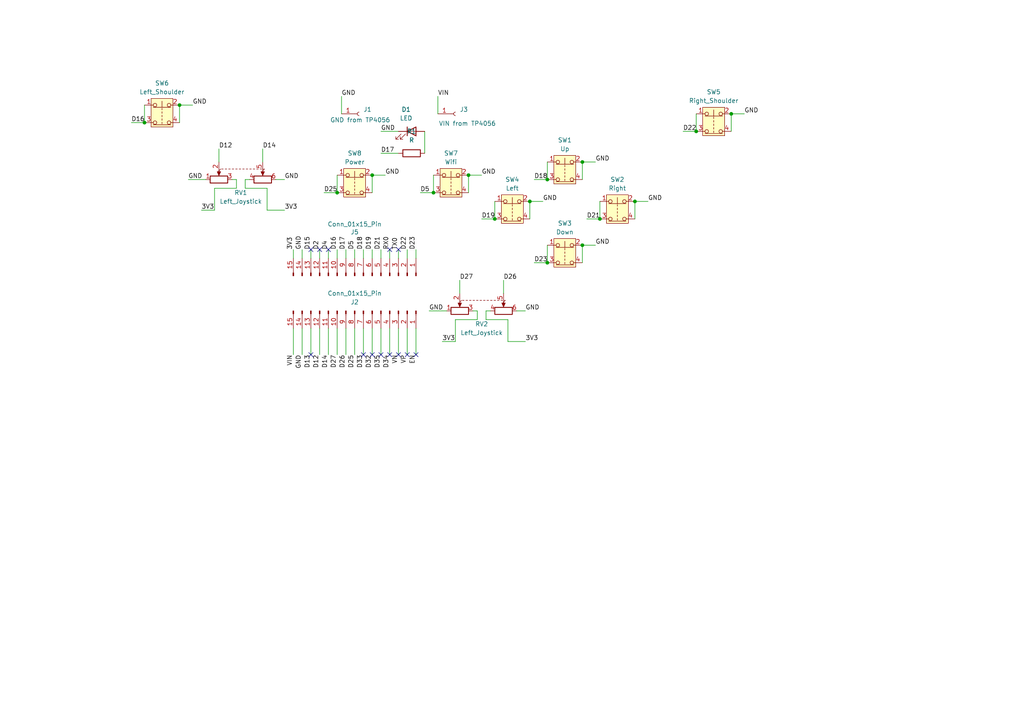
<source format=kicad_sch>
(kicad_sch
	(version 20250114)
	(generator "eeschema")
	(generator_version "9.0")
	(uuid "46bb7ae6-c1f8-4a12-b629-3225a97f0d7b")
	(paper "A4")
	(lib_symbols
		(symbol "Connector:Conn_01x01_Socket"
			(pin_names
				(offset 1.016)
				(hide yes)
			)
			(exclude_from_sim no)
			(in_bom yes)
			(on_board yes)
			(property "Reference" "J"
				(at 0 2.54 0)
				(effects
					(font
						(size 1.27 1.27)
					)
				)
			)
			(property "Value" "Conn_01x01_Socket"
				(at 0 -2.54 0)
				(effects
					(font
						(size 1.27 1.27)
					)
				)
			)
			(property "Footprint" ""
				(at 0 0 0)
				(effects
					(font
						(size 1.27 1.27)
					)
					(hide yes)
				)
			)
			(property "Datasheet" "~"
				(at 0 0 0)
				(effects
					(font
						(size 1.27 1.27)
					)
					(hide yes)
				)
			)
			(property "Description" "Generic connector, single row, 01x01, script generated"
				(at 0 0 0)
				(effects
					(font
						(size 1.27 1.27)
					)
					(hide yes)
				)
			)
			(property "ki_locked" ""
				(at 0 0 0)
				(effects
					(font
						(size 1.27 1.27)
					)
				)
			)
			(property "ki_keywords" "connector"
				(at 0 0 0)
				(effects
					(font
						(size 1.27 1.27)
					)
					(hide yes)
				)
			)
			(property "ki_fp_filters" "Connector*:*_1x??_*"
				(at 0 0 0)
				(effects
					(font
						(size 1.27 1.27)
					)
					(hide yes)
				)
			)
			(symbol "Conn_01x01_Socket_1_1"
				(polyline
					(pts
						(xy -1.27 0) (xy -0.508 0)
					)
					(stroke
						(width 0.1524)
						(type default)
					)
					(fill
						(type none)
					)
				)
				(arc
					(start 0 -0.508)
					(mid -0.5058 0)
					(end 0 0.508)
					(stroke
						(width 0.1524)
						(type default)
					)
					(fill
						(type none)
					)
				)
				(pin passive line
					(at -5.08 0 0)
					(length 3.81)
					(name "Pin_1"
						(effects
							(font
								(size 1.27 1.27)
							)
						)
					)
					(number "1"
						(effects
							(font
								(size 1.27 1.27)
							)
						)
					)
				)
			)
			(embedded_fonts no)
		)
		(symbol "Connector:Conn_01x15_Pin"
			(pin_names
				(offset 1.016)
				(hide yes)
			)
			(exclude_from_sim no)
			(in_bom yes)
			(on_board yes)
			(property "Reference" "J"
				(at 0 20.32 0)
				(effects
					(font
						(size 1.27 1.27)
					)
				)
			)
			(property "Value" "Conn_01x15_Pin"
				(at 0 -20.32 0)
				(effects
					(font
						(size 1.27 1.27)
					)
				)
			)
			(property "Footprint" ""
				(at 0 0 0)
				(effects
					(font
						(size 1.27 1.27)
					)
					(hide yes)
				)
			)
			(property "Datasheet" "~"
				(at 0 0 0)
				(effects
					(font
						(size 1.27 1.27)
					)
					(hide yes)
				)
			)
			(property "Description" "Generic connector, single row, 01x15, script generated"
				(at 0 0 0)
				(effects
					(font
						(size 1.27 1.27)
					)
					(hide yes)
				)
			)
			(property "ki_locked" ""
				(at 0 0 0)
				(effects
					(font
						(size 1.27 1.27)
					)
				)
			)
			(property "ki_keywords" "connector"
				(at 0 0 0)
				(effects
					(font
						(size 1.27 1.27)
					)
					(hide yes)
				)
			)
			(property "ki_fp_filters" "Connector*:*_1x??_*"
				(at 0 0 0)
				(effects
					(font
						(size 1.27 1.27)
					)
					(hide yes)
				)
			)
			(symbol "Conn_01x15_Pin_1_1"
				(rectangle
					(start 0.8636 17.907)
					(end 0 17.653)
					(stroke
						(width 0.1524)
						(type default)
					)
					(fill
						(type outline)
					)
				)
				(rectangle
					(start 0.8636 15.367)
					(end 0 15.113)
					(stroke
						(width 0.1524)
						(type default)
					)
					(fill
						(type outline)
					)
				)
				(rectangle
					(start 0.8636 12.827)
					(end 0 12.573)
					(stroke
						(width 0.1524)
						(type default)
					)
					(fill
						(type outline)
					)
				)
				(rectangle
					(start 0.8636 10.287)
					(end 0 10.033)
					(stroke
						(width 0.1524)
						(type default)
					)
					(fill
						(type outline)
					)
				)
				(rectangle
					(start 0.8636 7.747)
					(end 0 7.493)
					(stroke
						(width 0.1524)
						(type default)
					)
					(fill
						(type outline)
					)
				)
				(rectangle
					(start 0.8636 5.207)
					(end 0 4.953)
					(stroke
						(width 0.1524)
						(type default)
					)
					(fill
						(type outline)
					)
				)
				(rectangle
					(start 0.8636 2.667)
					(end 0 2.413)
					(stroke
						(width 0.1524)
						(type default)
					)
					(fill
						(type outline)
					)
				)
				(rectangle
					(start 0.8636 0.127)
					(end 0 -0.127)
					(stroke
						(width 0.1524)
						(type default)
					)
					(fill
						(type outline)
					)
				)
				(rectangle
					(start 0.8636 -2.413)
					(end 0 -2.667)
					(stroke
						(width 0.1524)
						(type default)
					)
					(fill
						(type outline)
					)
				)
				(rectangle
					(start 0.8636 -4.953)
					(end 0 -5.207)
					(stroke
						(width 0.1524)
						(type default)
					)
					(fill
						(type outline)
					)
				)
				(rectangle
					(start 0.8636 -7.493)
					(end 0 -7.747)
					(stroke
						(width 0.1524)
						(type default)
					)
					(fill
						(type outline)
					)
				)
				(rectangle
					(start 0.8636 -10.033)
					(end 0 -10.287)
					(stroke
						(width 0.1524)
						(type default)
					)
					(fill
						(type outline)
					)
				)
				(rectangle
					(start 0.8636 -12.573)
					(end 0 -12.827)
					(stroke
						(width 0.1524)
						(type default)
					)
					(fill
						(type outline)
					)
				)
				(rectangle
					(start 0.8636 -15.113)
					(end 0 -15.367)
					(stroke
						(width 0.1524)
						(type default)
					)
					(fill
						(type outline)
					)
				)
				(rectangle
					(start 0.8636 -17.653)
					(end 0 -17.907)
					(stroke
						(width 0.1524)
						(type default)
					)
					(fill
						(type outline)
					)
				)
				(polyline
					(pts
						(xy 1.27 17.78) (xy 0.8636 17.78)
					)
					(stroke
						(width 0.1524)
						(type default)
					)
					(fill
						(type none)
					)
				)
				(polyline
					(pts
						(xy 1.27 15.24) (xy 0.8636 15.24)
					)
					(stroke
						(width 0.1524)
						(type default)
					)
					(fill
						(type none)
					)
				)
				(polyline
					(pts
						(xy 1.27 12.7) (xy 0.8636 12.7)
					)
					(stroke
						(width 0.1524)
						(type default)
					)
					(fill
						(type none)
					)
				)
				(polyline
					(pts
						(xy 1.27 10.16) (xy 0.8636 10.16)
					)
					(stroke
						(width 0.1524)
						(type default)
					)
					(fill
						(type none)
					)
				)
				(polyline
					(pts
						(xy 1.27 7.62) (xy 0.8636 7.62)
					)
					(stroke
						(width 0.1524)
						(type default)
					)
					(fill
						(type none)
					)
				)
				(polyline
					(pts
						(xy 1.27 5.08) (xy 0.8636 5.08)
					)
					(stroke
						(width 0.1524)
						(type default)
					)
					(fill
						(type none)
					)
				)
				(polyline
					(pts
						(xy 1.27 2.54) (xy 0.8636 2.54)
					)
					(stroke
						(width 0.1524)
						(type default)
					)
					(fill
						(type none)
					)
				)
				(polyline
					(pts
						(xy 1.27 0) (xy 0.8636 0)
					)
					(stroke
						(width 0.1524)
						(type default)
					)
					(fill
						(type none)
					)
				)
				(polyline
					(pts
						(xy 1.27 -2.54) (xy 0.8636 -2.54)
					)
					(stroke
						(width 0.1524)
						(type default)
					)
					(fill
						(type none)
					)
				)
				(polyline
					(pts
						(xy 1.27 -5.08) (xy 0.8636 -5.08)
					)
					(stroke
						(width 0.1524)
						(type default)
					)
					(fill
						(type none)
					)
				)
				(polyline
					(pts
						(xy 1.27 -7.62) (xy 0.8636 -7.62)
					)
					(stroke
						(width 0.1524)
						(type default)
					)
					(fill
						(type none)
					)
				)
				(polyline
					(pts
						(xy 1.27 -10.16) (xy 0.8636 -10.16)
					)
					(stroke
						(width 0.1524)
						(type default)
					)
					(fill
						(type none)
					)
				)
				(polyline
					(pts
						(xy 1.27 -12.7) (xy 0.8636 -12.7)
					)
					(stroke
						(width 0.1524)
						(type default)
					)
					(fill
						(type none)
					)
				)
				(polyline
					(pts
						(xy 1.27 -15.24) (xy 0.8636 -15.24)
					)
					(stroke
						(width 0.1524)
						(type default)
					)
					(fill
						(type none)
					)
				)
				(polyline
					(pts
						(xy 1.27 -17.78) (xy 0.8636 -17.78)
					)
					(stroke
						(width 0.1524)
						(type default)
					)
					(fill
						(type none)
					)
				)
				(pin passive line
					(at 5.08 17.78 180)
					(length 3.81)
					(name "Pin_1"
						(effects
							(font
								(size 1.27 1.27)
							)
						)
					)
					(number "1"
						(effects
							(font
								(size 1.27 1.27)
							)
						)
					)
				)
				(pin passive line
					(at 5.08 15.24 180)
					(length 3.81)
					(name "Pin_2"
						(effects
							(font
								(size 1.27 1.27)
							)
						)
					)
					(number "2"
						(effects
							(font
								(size 1.27 1.27)
							)
						)
					)
				)
				(pin passive line
					(at 5.08 12.7 180)
					(length 3.81)
					(name "Pin_3"
						(effects
							(font
								(size 1.27 1.27)
							)
						)
					)
					(number "3"
						(effects
							(font
								(size 1.27 1.27)
							)
						)
					)
				)
				(pin passive line
					(at 5.08 10.16 180)
					(length 3.81)
					(name "Pin_4"
						(effects
							(font
								(size 1.27 1.27)
							)
						)
					)
					(number "4"
						(effects
							(font
								(size 1.27 1.27)
							)
						)
					)
				)
				(pin passive line
					(at 5.08 7.62 180)
					(length 3.81)
					(name "Pin_5"
						(effects
							(font
								(size 1.27 1.27)
							)
						)
					)
					(number "5"
						(effects
							(font
								(size 1.27 1.27)
							)
						)
					)
				)
				(pin passive line
					(at 5.08 5.08 180)
					(length 3.81)
					(name "Pin_6"
						(effects
							(font
								(size 1.27 1.27)
							)
						)
					)
					(number "6"
						(effects
							(font
								(size 1.27 1.27)
							)
						)
					)
				)
				(pin passive line
					(at 5.08 2.54 180)
					(length 3.81)
					(name "Pin_7"
						(effects
							(font
								(size 1.27 1.27)
							)
						)
					)
					(number "7"
						(effects
							(font
								(size 1.27 1.27)
							)
						)
					)
				)
				(pin passive line
					(at 5.08 0 180)
					(length 3.81)
					(name "Pin_8"
						(effects
							(font
								(size 1.27 1.27)
							)
						)
					)
					(number "8"
						(effects
							(font
								(size 1.27 1.27)
							)
						)
					)
				)
				(pin passive line
					(at 5.08 -2.54 180)
					(length 3.81)
					(name "Pin_9"
						(effects
							(font
								(size 1.27 1.27)
							)
						)
					)
					(number "9"
						(effects
							(font
								(size 1.27 1.27)
							)
						)
					)
				)
				(pin passive line
					(at 5.08 -5.08 180)
					(length 3.81)
					(name "Pin_10"
						(effects
							(font
								(size 1.27 1.27)
							)
						)
					)
					(number "10"
						(effects
							(font
								(size 1.27 1.27)
							)
						)
					)
				)
				(pin passive line
					(at 5.08 -7.62 180)
					(length 3.81)
					(name "Pin_11"
						(effects
							(font
								(size 1.27 1.27)
							)
						)
					)
					(number "11"
						(effects
							(font
								(size 1.27 1.27)
							)
						)
					)
				)
				(pin passive line
					(at 5.08 -10.16 180)
					(length 3.81)
					(name "Pin_12"
						(effects
							(font
								(size 1.27 1.27)
							)
						)
					)
					(number "12"
						(effects
							(font
								(size 1.27 1.27)
							)
						)
					)
				)
				(pin passive line
					(at 5.08 -12.7 180)
					(length 3.81)
					(name "Pin_13"
						(effects
							(font
								(size 1.27 1.27)
							)
						)
					)
					(number "13"
						(effects
							(font
								(size 1.27 1.27)
							)
						)
					)
				)
				(pin passive line
					(at 5.08 -15.24 180)
					(length 3.81)
					(name "Pin_14"
						(effects
							(font
								(size 1.27 1.27)
							)
						)
					)
					(number "14"
						(effects
							(font
								(size 1.27 1.27)
							)
						)
					)
				)
				(pin passive line
					(at 5.08 -17.78 180)
					(length 3.81)
					(name "Pin_15"
						(effects
							(font
								(size 1.27 1.27)
							)
						)
					)
					(number "15"
						(effects
							(font
								(size 1.27 1.27)
							)
						)
					)
				)
			)
			(embedded_fonts no)
		)
		(symbol "Device:LED"
			(pin_numbers
				(hide yes)
			)
			(pin_names
				(offset 1.016)
				(hide yes)
			)
			(exclude_from_sim no)
			(in_bom yes)
			(on_board yes)
			(property "Reference" "D"
				(at 0 2.54 0)
				(effects
					(font
						(size 1.27 1.27)
					)
				)
			)
			(property "Value" "LED"
				(at 0 -2.54 0)
				(effects
					(font
						(size 1.27 1.27)
					)
				)
			)
			(property "Footprint" ""
				(at 0 0 0)
				(effects
					(font
						(size 1.27 1.27)
					)
					(hide yes)
				)
			)
			(property "Datasheet" "~"
				(at 0 0 0)
				(effects
					(font
						(size 1.27 1.27)
					)
					(hide yes)
				)
			)
			(property "Description" "Light emitting diode"
				(at 0 0 0)
				(effects
					(font
						(size 1.27 1.27)
					)
					(hide yes)
				)
			)
			(property "Sim.Pins" "1=K 2=A"
				(at 0 0 0)
				(effects
					(font
						(size 1.27 1.27)
					)
					(hide yes)
				)
			)
			(property "ki_keywords" "LED diode"
				(at 0 0 0)
				(effects
					(font
						(size 1.27 1.27)
					)
					(hide yes)
				)
			)
			(property "ki_fp_filters" "LED* LED_SMD:* LED_THT:*"
				(at 0 0 0)
				(effects
					(font
						(size 1.27 1.27)
					)
					(hide yes)
				)
			)
			(symbol "LED_0_1"
				(polyline
					(pts
						(xy -3.048 -0.762) (xy -4.572 -2.286) (xy -3.81 -2.286) (xy -4.572 -2.286) (xy -4.572 -1.524)
					)
					(stroke
						(width 0)
						(type default)
					)
					(fill
						(type none)
					)
				)
				(polyline
					(pts
						(xy -1.778 -0.762) (xy -3.302 -2.286) (xy -2.54 -2.286) (xy -3.302 -2.286) (xy -3.302 -1.524)
					)
					(stroke
						(width 0)
						(type default)
					)
					(fill
						(type none)
					)
				)
				(polyline
					(pts
						(xy -1.27 0) (xy 1.27 0)
					)
					(stroke
						(width 0)
						(type default)
					)
					(fill
						(type none)
					)
				)
				(polyline
					(pts
						(xy -1.27 -1.27) (xy -1.27 1.27)
					)
					(stroke
						(width 0.254)
						(type default)
					)
					(fill
						(type none)
					)
				)
				(polyline
					(pts
						(xy 1.27 -1.27) (xy 1.27 1.27) (xy -1.27 0) (xy 1.27 -1.27)
					)
					(stroke
						(width 0.254)
						(type default)
					)
					(fill
						(type none)
					)
				)
			)
			(symbol "LED_1_1"
				(pin passive line
					(at -3.81 0 0)
					(length 2.54)
					(name "K"
						(effects
							(font
								(size 1.27 1.27)
							)
						)
					)
					(number "1"
						(effects
							(font
								(size 1.27 1.27)
							)
						)
					)
				)
				(pin passive line
					(at 3.81 0 180)
					(length 2.54)
					(name "A"
						(effects
							(font
								(size 1.27 1.27)
							)
						)
					)
					(number "2"
						(effects
							(font
								(size 1.27 1.27)
							)
						)
					)
				)
			)
			(embedded_fonts no)
		)
		(symbol "Device:R"
			(pin_numbers
				(hide yes)
			)
			(pin_names
				(offset 0)
			)
			(exclude_from_sim no)
			(in_bom yes)
			(on_board yes)
			(property "Reference" "R"
				(at 2.032 0 90)
				(effects
					(font
						(size 1.27 1.27)
					)
				)
			)
			(property "Value" "R"
				(at 0 0 90)
				(effects
					(font
						(size 1.27 1.27)
					)
				)
			)
			(property "Footprint" ""
				(at -1.778 0 90)
				(effects
					(font
						(size 1.27 1.27)
					)
					(hide yes)
				)
			)
			(property "Datasheet" "~"
				(at 0 0 0)
				(effects
					(font
						(size 1.27 1.27)
					)
					(hide yes)
				)
			)
			(property "Description" "Resistor"
				(at 0 0 0)
				(effects
					(font
						(size 1.27 1.27)
					)
					(hide yes)
				)
			)
			(property "ki_keywords" "R res resistor"
				(at 0 0 0)
				(effects
					(font
						(size 1.27 1.27)
					)
					(hide yes)
				)
			)
			(property "ki_fp_filters" "R_*"
				(at 0 0 0)
				(effects
					(font
						(size 1.27 1.27)
					)
					(hide yes)
				)
			)
			(symbol "R_0_1"
				(rectangle
					(start -1.016 -2.54)
					(end 1.016 2.54)
					(stroke
						(width 0.254)
						(type default)
					)
					(fill
						(type none)
					)
				)
			)
			(symbol "R_1_1"
				(pin passive line
					(at 0 3.81 270)
					(length 1.27)
					(name "~"
						(effects
							(font
								(size 1.27 1.27)
							)
						)
					)
					(number "1"
						(effects
							(font
								(size 1.27 1.27)
							)
						)
					)
				)
				(pin passive line
					(at 0 -3.81 90)
					(length 1.27)
					(name "~"
						(effects
							(font
								(size 1.27 1.27)
							)
						)
					)
					(number "2"
						(effects
							(font
								(size 1.27 1.27)
							)
						)
					)
				)
			)
			(embedded_fonts no)
		)
		(symbol "Device:R_Potentiometer_Dual"
			(pin_names
				(offset 1.016)
				(hide yes)
			)
			(exclude_from_sim no)
			(in_bom yes)
			(on_board yes)
			(property "Reference" "RV"
				(at 0 3.81 0)
				(effects
					(font
						(size 1.27 1.27)
					)
				)
			)
			(property "Value" "R_Potentiometer_Dual"
				(at 0 1.905 0)
				(effects
					(font
						(size 1.27 1.27)
					)
				)
			)
			(property "Footprint" ""
				(at 6.35 -1.905 0)
				(effects
					(font
						(size 1.27 1.27)
					)
					(hide yes)
				)
			)
			(property "Datasheet" "~"
				(at 6.35 -1.905 0)
				(effects
					(font
						(size 1.27 1.27)
					)
					(hide yes)
				)
			)
			(property "Description" "Dual potentiometer"
				(at 0 0 0)
				(effects
					(font
						(size 1.27 1.27)
					)
					(hide yes)
				)
			)
			(property "ki_keywords" "resistor variable"
				(at 0 0 0)
				(effects
					(font
						(size 1.27 1.27)
					)
					(hide yes)
				)
			)
			(property "ki_fp_filters" "Potentiometer*"
				(at 0 0 0)
				(effects
					(font
						(size 1.27 1.27)
					)
					(hide yes)
				)
			)
			(symbol "R_Potentiometer_Dual_0_1"
				(rectangle
					(start -8.89 -1.524)
					(end -3.81 -3.556)
					(stroke
						(width 0.254)
						(type default)
					)
					(fill
						(type none)
					)
				)
				(polyline
					(pts
						(xy -6.35 0) (xy -6.35 -1.016)
					)
					(stroke
						(width 0)
						(type default)
					)
					(fill
						(type none)
					)
				)
				(polyline
					(pts
						(xy -6.35 0) (xy -6.35 -1.016)
					)
					(stroke
						(width 0)
						(type default)
					)
					(fill
						(type none)
					)
				)
				(polyline
					(pts
						(xy -6.35 0) (xy -5.842 0.508)
					)
					(stroke
						(width 0)
						(type default)
					)
					(fill
						(type none)
					)
				)
				(polyline
					(pts
						(xy -6.35 -1.397) (xy -6.858 -0.254) (xy -5.842 -0.254) (xy -6.35 -1.397)
					)
					(stroke
						(width 0)
						(type default)
					)
					(fill
						(type outline)
					)
				)
				(polyline
					(pts
						(xy -5.588 0.508) (xy -5.08 0.508)
					)
					(stroke
						(width 0)
						(type default)
					)
					(fill
						(type none)
					)
				)
				(polyline
					(pts
						(xy -4.572 0.508) (xy -4.064 0.508)
					)
					(stroke
						(width 0)
						(type default)
					)
					(fill
						(type none)
					)
				)
				(polyline
					(pts
						(xy -3.556 0.508) (xy -3.048 0.508)
					)
					(stroke
						(width 0)
						(type default)
					)
					(fill
						(type none)
					)
				)
				(polyline
					(pts
						(xy -2.54 0.508) (xy -2.032 0.508)
					)
					(stroke
						(width 0)
						(type default)
					)
					(fill
						(type none)
					)
				)
				(polyline
					(pts
						(xy -1.524 0.508) (xy -1.016 0.508)
					)
					(stroke
						(width 0)
						(type default)
					)
					(fill
						(type none)
					)
				)
				(polyline
					(pts
						(xy -0.508 0.508) (xy 0 0.508)
					)
					(stroke
						(width 0)
						(type default)
					)
					(fill
						(type none)
					)
				)
				(polyline
					(pts
						(xy 0.508 0.508) (xy 1.016 0.508)
					)
					(stroke
						(width 0)
						(type default)
					)
					(fill
						(type none)
					)
				)
				(polyline
					(pts
						(xy 1.524 0.508) (xy 2.032 0.508)
					)
					(stroke
						(width 0)
						(type default)
					)
					(fill
						(type none)
					)
				)
				(polyline
					(pts
						(xy 2.54 0.508) (xy 3.048 0.508)
					)
					(stroke
						(width 0)
						(type default)
					)
					(fill
						(type none)
					)
				)
				(polyline
					(pts
						(xy 3.556 0.508) (xy 4.064 0.508)
					)
					(stroke
						(width 0)
						(type default)
					)
					(fill
						(type none)
					)
				)
				(rectangle
					(start 3.81 -1.524)
					(end 8.89 -3.556)
					(stroke
						(width 0.254)
						(type default)
					)
					(fill
						(type none)
					)
				)
				(polyline
					(pts
						(xy 4.572 0.508) (xy 5.08 0.508)
					)
					(stroke
						(width 0)
						(type default)
					)
					(fill
						(type none)
					)
				)
				(polyline
					(pts
						(xy 5.588 0.508) (xy 6.096 0.508)
					)
					(stroke
						(width 0)
						(type default)
					)
					(fill
						(type none)
					)
				)
				(polyline
					(pts
						(xy 6.35 0) (xy 6.35 -1.016)
					)
					(stroke
						(width 0)
						(type default)
					)
					(fill
						(type none)
					)
				)
				(polyline
					(pts
						(xy 6.35 0) (xy 6.35 -1.016)
					)
					(stroke
						(width 0)
						(type default)
					)
					(fill
						(type none)
					)
				)
				(polyline
					(pts
						(xy 6.35 -1.397) (xy 5.842 -0.254) (xy 6.858 -0.254) (xy 6.35 -1.397)
					)
					(stroke
						(width 0)
						(type default)
					)
					(fill
						(type outline)
					)
				)
				(polyline
					(pts
						(xy 6.604 0.508) (xy 6.858 0.508) (xy 6.35 0)
					)
					(stroke
						(width 0)
						(type default)
					)
					(fill
						(type none)
					)
				)
			)
			(symbol "R_Potentiometer_Dual_1_1"
				(pin passive line
					(at -10.16 -2.54 0)
					(length 1.27)
					(name "1"
						(effects
							(font
								(size 1.27 1.27)
							)
						)
					)
					(number "1"
						(effects
							(font
								(size 1.27 1.27)
							)
						)
					)
				)
				(pin passive line
					(at -6.35 2.54 270)
					(length 2.54)
					(name "2"
						(effects
							(font
								(size 1.27 1.27)
							)
						)
					)
					(number "2"
						(effects
							(font
								(size 1.27 1.27)
							)
						)
					)
				)
				(pin passive line
					(at -2.54 -2.54 180)
					(length 1.27)
					(name "3"
						(effects
							(font
								(size 1.27 1.27)
							)
						)
					)
					(number "3"
						(effects
							(font
								(size 1.27 1.27)
							)
						)
					)
				)
				(pin passive line
					(at 2.54 -2.54 0)
					(length 1.27)
					(name "4"
						(effects
							(font
								(size 1.27 1.27)
							)
						)
					)
					(number "4"
						(effects
							(font
								(size 1.27 1.27)
							)
						)
					)
				)
				(pin passive line
					(at 6.35 2.54 270)
					(length 2.54)
					(name "5"
						(effects
							(font
								(size 1.27 1.27)
							)
						)
					)
					(number "5"
						(effects
							(font
								(size 1.27 1.27)
							)
						)
					)
				)
				(pin passive line
					(at 10.16 -2.54 180)
					(length 1.27)
					(name "6"
						(effects
							(font
								(size 1.27 1.27)
							)
						)
					)
					(number "6"
						(effects
							(font
								(size 1.27 1.27)
							)
						)
					)
				)
			)
			(embedded_fonts no)
		)
		(symbol "Switch:SW_Push_Open_Dual"
			(pin_names
				(offset 1.016)
				(hide yes)
			)
			(exclude_from_sim no)
			(in_bom yes)
			(on_board yes)
			(property "Reference" "SW"
				(at 0 3.81 0)
				(effects
					(font
						(size 1.27 1.27)
					)
				)
			)
			(property "Value" "SW_Push_Open_Dual"
				(at 0 -7.62 0)
				(effects
					(font
						(size 1.27 1.27)
					)
				)
			)
			(property "Footprint" ""
				(at 0 5.08 0)
				(effects
					(font
						(size 1.27 1.27)
					)
					(hide yes)
				)
			)
			(property "Datasheet" "~"
				(at 0 5.08 0)
				(effects
					(font
						(size 1.27 1.27)
					)
					(hide yes)
				)
			)
			(property "Description" "Push button switch, normally closed, generic, four pins"
				(at 0 0 0)
				(effects
					(font
						(size 1.27 1.27)
					)
					(hide yes)
				)
			)
			(property "ki_keywords" "switch normally-closed pushbutton push-button"
				(at 0 0 0)
				(effects
					(font
						(size 1.27 1.27)
					)
					(hide yes)
				)
			)
			(symbol "SW_Push_Open_Dual_0_1"
				(circle
					(center -2.032 0)
					(radius 0.508)
					(stroke
						(width 0)
						(type default)
					)
					(fill
						(type none)
					)
				)
				(circle
					(center -2.032 -5.08)
					(radius 0.508)
					(stroke
						(width 0)
						(type default)
					)
					(fill
						(type none)
					)
				)
				(polyline
					(pts
						(xy 0 -0.635) (xy 0 1.143)
					)
					(stroke
						(width 0)
						(type default)
					)
					(fill
						(type none)
					)
				)
				(polyline
					(pts
						(xy 0 -1.397) (xy 0 -0.889)
					)
					(stroke
						(width 0)
						(type default)
					)
					(fill
						(type none)
					)
				)
				(polyline
					(pts
						(xy 0 -2.413) (xy 0 -1.905)
					)
					(stroke
						(width 0)
						(type default)
					)
					(fill
						(type none)
					)
				)
				(polyline
					(pts
						(xy 0 -3.429) (xy 0 -2.921)
					)
					(stroke
						(width 0)
						(type default)
					)
					(fill
						(type none)
					)
				)
				(polyline
					(pts
						(xy 0 -3.937) (xy 0 -4.445)
					)
					(stroke
						(width 0)
						(type default)
					)
					(fill
						(type none)
					)
				)
				(polyline
					(pts
						(xy 0 -4.953) (xy 0 -5.461)
					)
					(stroke
						(width 0)
						(type default)
					)
					(fill
						(type none)
					)
				)
				(circle
					(center 2.032 0)
					(radius 0.508)
					(stroke
						(width 0)
						(type default)
					)
					(fill
						(type none)
					)
				)
				(circle
					(center 2.032 -5.08)
					(radius 0.508)
					(stroke
						(width 0)
						(type default)
					)
					(fill
						(type none)
					)
				)
				(polyline
					(pts
						(xy 2.54 -0.635) (xy -2.54 -0.635)
					)
					(stroke
						(width 0)
						(type default)
					)
					(fill
						(type none)
					)
				)
				(polyline
					(pts
						(xy 2.54 -5.715) (xy -2.54 -5.715)
					)
					(stroke
						(width 0)
						(type default)
					)
					(fill
						(type none)
					)
				)
				(pin passive line
					(at -5.08 0 0)
					(length 2.54)
					(name "1"
						(effects
							(font
								(size 1.27 1.27)
							)
						)
					)
					(number "1"
						(effects
							(font
								(size 1.27 1.27)
							)
						)
					)
				)
				(pin passive line
					(at -5.08 -5.08 0)
					(length 2.54)
					(name "3"
						(effects
							(font
								(size 1.27 1.27)
							)
						)
					)
					(number "3"
						(effects
							(font
								(size 1.27 1.27)
							)
						)
					)
				)
				(pin passive line
					(at 5.08 0 180)
					(length 2.54)
					(name "2"
						(effects
							(font
								(size 1.27 1.27)
							)
						)
					)
					(number "2"
						(effects
							(font
								(size 1.27 1.27)
							)
						)
					)
				)
				(pin passive line
					(at 5.08 -5.08 180)
					(length 2.54)
					(name "4"
						(effects
							(font
								(size 1.27 1.27)
							)
						)
					)
					(number "4"
						(effects
							(font
								(size 1.27 1.27)
							)
						)
					)
				)
			)
			(symbol "SW_Push_Open_Dual_1_1"
				(rectangle
					(start -3.175 1.905)
					(end 3.175 -6.35)
					(stroke
						(width 0)
						(type default)
					)
					(fill
						(type background)
					)
				)
			)
			(embedded_fonts no)
		)
	)
	(junction
		(at 143.51 63.5)
		(diameter 0)
		(color 0 0 0 0)
		(uuid "25df730b-a95d-4071-a418-4e66121c251e")
	)
	(junction
		(at 97.79 55.88)
		(diameter 0)
		(color 0 0 0 0)
		(uuid "27c5d9cd-18d7-44d3-9833-a33c1f24ffee")
	)
	(junction
		(at 173.99 63.5)
		(diameter 0)
		(color 0 0 0 0)
		(uuid "2a8efa60-931f-442a-8f1b-54bd62853ee0")
	)
	(junction
		(at 201.93 38.1)
		(diameter 0)
		(color 0 0 0 0)
		(uuid "5d1c65a0-3578-4731-a2da-ec2ef3946d67")
	)
	(junction
		(at 168.91 71.12)
		(diameter 0)
		(color 0 0 0 0)
		(uuid "62ff5a93-8d7e-4908-98cc-8b96be16cc7a")
	)
	(junction
		(at 107.95 50.8)
		(diameter 0)
		(color 0 0 0 0)
		(uuid "6cf025c1-8dc0-4cfe-91fc-0220e176abc9")
	)
	(junction
		(at 158.75 76.2)
		(diameter 0)
		(color 0 0 0 0)
		(uuid "71e1a823-126d-4452-991f-2173d99da9bc")
	)
	(junction
		(at 158.75 52.07)
		(diameter 0)
		(color 0 0 0 0)
		(uuid "7204dcc8-199e-4a45-b9ff-aa2f05bf49e6")
	)
	(junction
		(at 52.07 30.48)
		(diameter 0)
		(color 0 0 0 0)
		(uuid "75e24516-ba19-48bc-a442-6fdc652c5c45")
	)
	(junction
		(at 184.15 58.42)
		(diameter 0)
		(color 0 0 0 0)
		(uuid "bd4dd5bf-f541-4573-8a2e-e6f624cc3031")
	)
	(junction
		(at 125.73 55.88)
		(diameter 0)
		(color 0 0 0 0)
		(uuid "be0e855c-44ee-41d4-963a-dea91c2130f6")
	)
	(junction
		(at 168.91 46.99)
		(diameter 0)
		(color 0 0 0 0)
		(uuid "d7f80e6c-58eb-4a91-9b5b-001e269e123a")
	)
	(junction
		(at 41.91 35.56)
		(diameter 0)
		(color 0 0 0 0)
		(uuid "f3896335-8a05-4f7e-9764-01c3a96612ea")
	)
	(junction
		(at 212.09 33.02)
		(diameter 0)
		(color 0 0 0 0)
		(uuid "f6fd31fc-0ad7-42d0-8710-44c716ecdb23")
	)
	(junction
		(at 153.67 58.42)
		(diameter 0)
		(color 0 0 0 0)
		(uuid "f908b840-e201-434c-b30e-da82a4f9d514")
	)
	(junction
		(at 135.89 50.8)
		(diameter 0)
		(color 0 0 0 0)
		(uuid "fbb8224d-23d2-4916-bda9-9b5ae5afc43f")
	)
	(no_connect
		(at 110.49 102.87)
		(uuid "00cd77ec-b815-4d2b-ba3b-8326a3be95a0")
	)
	(no_connect
		(at 118.11 102.87)
		(uuid "02f9f776-afe3-4c2f-91d6-b3086cc39760")
	)
	(no_connect
		(at 113.03 102.87)
		(uuid "186110fc-af1d-4bec-9d3f-f822cac06751")
	)
	(no_connect
		(at 90.17 72.39)
		(uuid "36fba6b8-af49-4710-be3b-4adba5165c7c")
	)
	(no_connect
		(at 105.41 102.87)
		(uuid "4a31f48e-7096-4ee1-8cce-eac825d3ce42")
	)
	(no_connect
		(at 90.17 102.87)
		(uuid "4c1605b9-b601-4e2e-abac-92153a29f608")
	)
	(no_connect
		(at 107.95 102.87)
		(uuid "611d81cf-fc73-46e3-906e-11b530649e01")
	)
	(no_connect
		(at 115.57 102.87)
		(uuid "77572506-c1f3-4a0a-8416-a6235ba45d10")
	)
	(no_connect
		(at 92.71 72.39)
		(uuid "82856575-e42f-420d-9af9-570d63b92040")
	)
	(no_connect
		(at 95.25 72.39)
		(uuid "8c551dba-3cf3-4990-b026-a4ea8584d6f8")
	)
	(no_connect
		(at 115.57 72.39)
		(uuid "e7aa0bd1-cce2-49f5-ab8a-5684fdba6a96")
	)
	(no_connect
		(at 120.65 102.87)
		(uuid "ea9af780-eab4-4d07-8ec3-5326391eea3f")
	)
	(no_connect
		(at 113.03 72.39)
		(uuid "ef6aac77-a526-4405-b2ac-699c07efdc22")
	)
	(wire
		(pts
			(xy 170.18 63.5) (xy 173.99 63.5)
		)
		(stroke
			(width 0)
			(type default)
		)
		(uuid "020e8b14-d561-40c9-8761-67240a0b8272")
	)
	(wire
		(pts
			(xy 123.19 38.1) (xy 123.19 44.45)
		)
		(stroke
			(width 0)
			(type default)
		)
		(uuid "04e2b70b-d649-43f1-89d2-6f088d4a3708")
	)
	(wire
		(pts
			(xy 153.67 58.42) (xy 153.67 63.5)
		)
		(stroke
			(width 0)
			(type default)
		)
		(uuid "05813a0f-f603-48e0-b893-103f5f8fef5d")
	)
	(wire
		(pts
			(xy 120.65 74.93) (xy 120.65 72.39)
		)
		(stroke
			(width 0)
			(type default)
		)
		(uuid "05f2d8a0-0b67-45b1-9923-212e120e6a5b")
	)
	(wire
		(pts
			(xy 173.99 58.42) (xy 173.99 63.5)
		)
		(stroke
			(width 0)
			(type default)
		)
		(uuid "0974169b-e929-4915-8c6a-9cafb4e8a6aa")
	)
	(wire
		(pts
			(xy 168.91 71.12) (xy 172.72 71.12)
		)
		(stroke
			(width 0)
			(type default)
		)
		(uuid "0c52b02f-4e58-4eb0-bd71-3f1c1b45cdf8")
	)
	(wire
		(pts
			(xy 147.32 99.06) (xy 152.4 99.06)
		)
		(stroke
			(width 0)
			(type default)
		)
		(uuid "0f598392-de0d-4598-9966-5f3f89ca1c43")
	)
	(wire
		(pts
			(xy 138.43 92.71) (xy 132.08 92.71)
		)
		(stroke
			(width 0)
			(type default)
		)
		(uuid "10588451-a894-41a3-8df5-264c8dee4561")
	)
	(wire
		(pts
			(xy 92.71 74.93) (xy 92.71 72.39)
		)
		(stroke
			(width 0)
			(type default)
		)
		(uuid "10f220b2-12f8-4b7d-82dc-5a10d079b036")
	)
	(wire
		(pts
			(xy 71.12 54.61) (xy 77.47 54.61)
		)
		(stroke
			(width 0)
			(type default)
		)
		(uuid "12e3c906-d23e-4c5c-ba89-017c12276a64")
	)
	(wire
		(pts
			(xy 71.12 52.07) (xy 71.12 54.61)
		)
		(stroke
			(width 0)
			(type default)
		)
		(uuid "1357f121-6194-47c6-87a5-e9c69c1b4b5c")
	)
	(wire
		(pts
			(xy 132.08 92.71) (xy 132.08 99.06)
		)
		(stroke
			(width 0)
			(type default)
		)
		(uuid "1714aac3-e358-488f-8804-e1f80b0b2dd8")
	)
	(wire
		(pts
			(xy 68.58 52.07) (xy 68.58 54.61)
		)
		(stroke
			(width 0)
			(type default)
		)
		(uuid "18481c8d-1022-4a3e-88ab-44aad0412c85")
	)
	(wire
		(pts
			(xy 100.33 74.93) (xy 100.33 72.39)
		)
		(stroke
			(width 0)
			(type default)
		)
		(uuid "1b2112ff-fbc6-44e5-8028-87849d3a0827")
	)
	(wire
		(pts
			(xy 158.75 71.12) (xy 158.75 76.2)
		)
		(stroke
			(width 0)
			(type default)
		)
		(uuid "1d01be2a-e4e3-4fbf-a5e6-3f047b68e22e")
	)
	(wire
		(pts
			(xy 107.95 102.87) (xy 107.95 95.25)
		)
		(stroke
			(width 0)
			(type default)
		)
		(uuid "1e500aff-dfe0-4471-be03-8885a6f94aab")
	)
	(wire
		(pts
			(xy 135.89 50.8) (xy 135.89 55.88)
		)
		(stroke
			(width 0)
			(type default)
		)
		(uuid "1e992c68-5cfb-42be-b86b-fe10e9eeaf5c")
	)
	(wire
		(pts
			(xy 168.91 46.99) (xy 168.91 52.07)
		)
		(stroke
			(width 0)
			(type default)
		)
		(uuid "1f16a8c6-03a0-44e5-bcbc-c7e87b0441e9")
	)
	(wire
		(pts
			(xy 139.7 63.5) (xy 143.51 63.5)
		)
		(stroke
			(width 0)
			(type default)
		)
		(uuid "220a3f41-df48-4f51-823c-4c525542cd00")
	)
	(wire
		(pts
			(xy 77.47 60.96) (xy 82.55 60.96)
		)
		(stroke
			(width 0)
			(type default)
		)
		(uuid "2247ecec-9bd0-436d-ba7d-a21ea89de4a3")
	)
	(wire
		(pts
			(xy 97.79 50.8) (xy 97.79 55.88)
		)
		(stroke
			(width 0)
			(type default)
		)
		(uuid "2378400f-9993-4f43-9535-48eb6170afd9")
	)
	(wire
		(pts
			(xy 95.25 74.93) (xy 95.25 72.39)
		)
		(stroke
			(width 0)
			(type default)
		)
		(uuid "247c1ca8-d524-4728-9806-16a90ebb6967")
	)
	(wire
		(pts
			(xy 140.97 90.17) (xy 140.97 92.71)
		)
		(stroke
			(width 0)
			(type default)
		)
		(uuid "2588f07e-a2e5-4b99-a42f-c59e0131f611")
	)
	(wire
		(pts
			(xy 87.63 74.93) (xy 87.63 72.39)
		)
		(stroke
			(width 0)
			(type default)
		)
		(uuid "2c77a889-7080-4b25-87cd-1192c85a4b7a")
	)
	(wire
		(pts
			(xy 154.94 76.2) (xy 158.75 76.2)
		)
		(stroke
			(width 0)
			(type default)
		)
		(uuid "309d1354-6d00-4f71-98ca-98a19d4336ef")
	)
	(wire
		(pts
			(xy 137.16 90.17) (xy 138.43 90.17)
		)
		(stroke
			(width 0)
			(type default)
		)
		(uuid "35807afe-a92c-4f6d-ba64-5d84e2b20a1f")
	)
	(wire
		(pts
			(xy 63.5 43.18) (xy 63.5 46.99)
		)
		(stroke
			(width 0)
			(type default)
		)
		(uuid "35de128d-c82b-4bf4-9594-76b32a196a7f")
	)
	(wire
		(pts
			(xy 52.07 30.48) (xy 52.07 35.56)
		)
		(stroke
			(width 0)
			(type default)
		)
		(uuid "3b61f667-8ee2-435a-8cd1-f20f7cf40c45")
	)
	(wire
		(pts
			(xy 92.71 102.87) (xy 92.71 95.25)
		)
		(stroke
			(width 0)
			(type default)
		)
		(uuid "4419418d-840e-4c1f-86d3-73648b1a107b")
	)
	(wire
		(pts
			(xy 184.15 58.42) (xy 187.96 58.42)
		)
		(stroke
			(width 0)
			(type default)
		)
		(uuid "48c57e61-3591-4196-a57c-a5fa005995f0")
	)
	(wire
		(pts
			(xy 143.51 58.42) (xy 143.51 63.5)
		)
		(stroke
			(width 0)
			(type default)
		)
		(uuid "4b1fd1e2-20d7-46dd-b556-1a100e19f5cb")
	)
	(wire
		(pts
			(xy 102.87 74.93) (xy 102.87 72.39)
		)
		(stroke
			(width 0)
			(type default)
		)
		(uuid "4c5b8d85-7ad9-4f9d-b9df-e01aa5d04a9e")
	)
	(wire
		(pts
			(xy 110.49 74.93) (xy 110.49 72.39)
		)
		(stroke
			(width 0)
			(type default)
		)
		(uuid "4cb4d651-ead6-45f9-a6fb-9d5e6bf7706f")
	)
	(wire
		(pts
			(xy 125.73 50.8) (xy 125.73 55.88)
		)
		(stroke
			(width 0)
			(type default)
		)
		(uuid "4dd4804b-86f0-4614-89dc-7a6b8bc19e2f")
	)
	(wire
		(pts
			(xy 105.41 74.93) (xy 105.41 72.39)
		)
		(stroke
			(width 0)
			(type default)
		)
		(uuid "4ee3e6ee-966c-42c8-a40f-3b50453b1a57")
	)
	(wire
		(pts
			(xy 62.23 54.61) (xy 62.23 60.96)
		)
		(stroke
			(width 0)
			(type default)
		)
		(uuid "4f6cd89c-0403-4f58-b399-865bdee863a8")
	)
	(wire
		(pts
			(xy 121.92 55.88) (xy 125.73 55.88)
		)
		(stroke
			(width 0)
			(type default)
		)
		(uuid "58d1c413-f923-4069-9954-fcfd3f98e6e7")
	)
	(wire
		(pts
			(xy 41.91 30.48) (xy 41.91 35.56)
		)
		(stroke
			(width 0)
			(type default)
		)
		(uuid "5a8b7a82-4093-435c-9a66-8ca11561dc7b")
	)
	(wire
		(pts
			(xy 115.57 74.93) (xy 115.57 72.39)
		)
		(stroke
			(width 0)
			(type default)
		)
		(uuid "5ff45ca3-7f87-4da6-9e89-ad7ae57a8421")
	)
	(wire
		(pts
			(xy 107.95 50.8) (xy 111.76 50.8)
		)
		(stroke
			(width 0)
			(type default)
		)
		(uuid "60df5956-1cf8-4ca8-81de-fd85586fb95a")
	)
	(wire
		(pts
			(xy 107.95 74.93) (xy 107.95 72.39)
		)
		(stroke
			(width 0)
			(type default)
		)
		(uuid "65662d3e-b7e7-4262-974b-3e6d87ff4df2")
	)
	(wire
		(pts
			(xy 76.2 43.18) (xy 76.2 46.99)
		)
		(stroke
			(width 0)
			(type default)
		)
		(uuid "675bb747-e899-4fd0-8248-d5e6fbf867b7")
	)
	(wire
		(pts
			(xy 54.61 52.07) (xy 59.69 52.07)
		)
		(stroke
			(width 0)
			(type default)
		)
		(uuid "6a45c1fe-70bf-4c5b-a74d-ac42e658bca7")
	)
	(wire
		(pts
			(xy 90.17 102.87) (xy 90.17 95.25)
		)
		(stroke
			(width 0)
			(type default)
		)
		(uuid "6b1feac2-da3e-4bf7-aa5b-ead0b38dfcd5")
	)
	(wire
		(pts
			(xy 97.79 74.93) (xy 97.79 72.39)
		)
		(stroke
			(width 0)
			(type default)
		)
		(uuid "6b3ad941-f4c2-4182-a989-8ecf6bf69c2d")
	)
	(wire
		(pts
			(xy 95.25 102.87) (xy 95.25 95.25)
		)
		(stroke
			(width 0)
			(type default)
		)
		(uuid "6c408656-e448-430e-b0ce-f1f8c6683c60")
	)
	(wire
		(pts
			(xy 110.49 38.1) (xy 115.57 38.1)
		)
		(stroke
			(width 0)
			(type default)
		)
		(uuid "774a2dad-3926-40e8-8b64-4eb9b8bf8778")
	)
	(wire
		(pts
			(xy 118.11 74.93) (xy 118.11 72.39)
		)
		(stroke
			(width 0)
			(type default)
		)
		(uuid "7ab3aef2-11a7-42e4-ab62-ceddd122912d")
	)
	(wire
		(pts
			(xy 168.91 46.99) (xy 172.72 46.99)
		)
		(stroke
			(width 0)
			(type default)
		)
		(uuid "80207c1d-bd7d-470a-8c1e-0cdaf5668b4c")
	)
	(wire
		(pts
			(xy 110.49 44.45) (xy 115.57 44.45)
		)
		(stroke
			(width 0)
			(type default)
		)
		(uuid "8056fd4b-4a98-4563-a960-3017af3cf34c")
	)
	(wire
		(pts
			(xy 140.97 92.71) (xy 147.32 92.71)
		)
		(stroke
			(width 0)
			(type default)
		)
		(uuid "87957b9b-7aa8-4fcd-911e-4d9fe34f1cd6")
	)
	(wire
		(pts
			(xy 38.1 35.56) (xy 41.91 35.56)
		)
		(stroke
			(width 0)
			(type default)
		)
		(uuid "8f6409ba-3d6a-485d-bc95-feff26a624e5")
	)
	(wire
		(pts
			(xy 128.27 99.06) (xy 132.08 99.06)
		)
		(stroke
			(width 0)
			(type default)
		)
		(uuid "90403136-55b9-4f29-b747-0d4fb317d502")
	)
	(wire
		(pts
			(xy 52.07 30.48) (xy 55.88 30.48)
		)
		(stroke
			(width 0)
			(type default)
		)
		(uuid "90debece-845b-44b5-9448-a8a38633f23a")
	)
	(wire
		(pts
			(xy 115.57 102.87) (xy 115.57 95.25)
		)
		(stroke
			(width 0)
			(type default)
		)
		(uuid "93afdc0b-2a27-4445-8306-d3dcee985426")
	)
	(wire
		(pts
			(xy 118.11 102.87) (xy 118.11 95.25)
		)
		(stroke
			(width 0)
			(type default)
		)
		(uuid "95589dae-8e86-456e-b344-afed4a24bd93")
	)
	(wire
		(pts
			(xy 146.05 81.28) (xy 146.05 85.09)
		)
		(stroke
			(width 0)
			(type default)
		)
		(uuid "95b6ce9a-f610-4b43-a242-faa5a4dc417d")
	)
	(wire
		(pts
			(xy 153.67 58.42) (xy 157.48 58.42)
		)
		(stroke
			(width 0)
			(type default)
		)
		(uuid "97566795-db22-4fe9-a91d-68e8cf6f5141")
	)
	(wire
		(pts
			(xy 154.94 52.07) (xy 158.75 52.07)
		)
		(stroke
			(width 0)
			(type default)
		)
		(uuid "99074a6f-fb93-48db-8827-44208403d764")
	)
	(wire
		(pts
			(xy 168.91 71.12) (xy 168.91 76.2)
		)
		(stroke
			(width 0)
			(type default)
		)
		(uuid "9a8a29ef-2739-42e2-9db4-f24bd1049539")
	)
	(wire
		(pts
			(xy 212.09 33.02) (xy 215.9 33.02)
		)
		(stroke
			(width 0)
			(type default)
		)
		(uuid "9d75d85b-7489-40e6-8135-39419583747e")
	)
	(wire
		(pts
			(xy 135.89 50.8) (xy 139.7 50.8)
		)
		(stroke
			(width 0)
			(type default)
		)
		(uuid "9e5614a9-4695-4364-bb69-2e7a0e116490")
	)
	(wire
		(pts
			(xy 67.31 52.07) (xy 68.58 52.07)
		)
		(stroke
			(width 0)
			(type default)
		)
		(uuid "9ee65636-8ef9-43f2-a654-cd1131b728c3")
	)
	(wire
		(pts
			(xy 110.49 102.87) (xy 110.49 95.25)
		)
		(stroke
			(width 0)
			(type default)
		)
		(uuid "9efcffbf-ee31-439a-87a2-dae2be5f7eb1")
	)
	(wire
		(pts
			(xy 149.86 90.17) (xy 152.4 90.17)
		)
		(stroke
			(width 0)
			(type default)
		)
		(uuid "a3314b49-e8fa-4cfd-a96a-ca0756d61a58")
	)
	(wire
		(pts
			(xy 147.32 92.71) (xy 147.32 99.06)
		)
		(stroke
			(width 0)
			(type default)
		)
		(uuid "a6fbb19e-3256-416f-92ca-d03f0b409700")
	)
	(wire
		(pts
			(xy 120.65 102.87) (xy 120.65 95.25)
		)
		(stroke
			(width 0)
			(type default)
		)
		(uuid "a7e0b938-9dba-45d8-8b97-05245209e8a4")
	)
	(wire
		(pts
			(xy 85.09 102.87) (xy 85.09 95.25)
		)
		(stroke
			(width 0)
			(type default)
		)
		(uuid "a7f25795-e5a6-46b1-99b3-2aaaee216657")
	)
	(wire
		(pts
			(xy 58.42 60.96) (xy 62.23 60.96)
		)
		(stroke
			(width 0)
			(type default)
		)
		(uuid "ac0320a2-c359-4384-bda4-01efe85f74de")
	)
	(wire
		(pts
			(xy 124.46 90.17) (xy 129.54 90.17)
		)
		(stroke
			(width 0)
			(type default)
		)
		(uuid "b71538d5-836d-4678-8ee3-e4843b767bba")
	)
	(wire
		(pts
			(xy 102.87 102.87) (xy 102.87 95.25)
		)
		(stroke
			(width 0)
			(type default)
		)
		(uuid "bb78baf8-e049-46d3-9044-9d30531477d2")
	)
	(wire
		(pts
			(xy 198.12 38.1) (xy 201.93 38.1)
		)
		(stroke
			(width 0)
			(type default)
		)
		(uuid "bbef4480-2025-4290-a8a7-9b49d9f888dd")
	)
	(wire
		(pts
			(xy 68.58 54.61) (xy 62.23 54.61)
		)
		(stroke
			(width 0)
			(type default)
		)
		(uuid "bf00a4fe-80e6-4c8a-a140-ded0445d6506")
	)
	(wire
		(pts
			(xy 90.17 74.93) (xy 90.17 72.39)
		)
		(stroke
			(width 0)
			(type default)
		)
		(uuid "c0a632c9-e99a-4a72-80fb-f9c14a4724df")
	)
	(wire
		(pts
			(xy 87.63 102.87) (xy 87.63 95.25)
		)
		(stroke
			(width 0)
			(type default)
		)
		(uuid "c2d69ae0-9ab2-4b17-bdcb-3a89be65fff7")
	)
	(wire
		(pts
			(xy 93.98 55.88) (xy 97.79 55.88)
		)
		(stroke
			(width 0)
			(type default)
		)
		(uuid "c470c382-52de-404c-a758-4aa4ce6d8e68")
	)
	(wire
		(pts
			(xy 77.47 54.61) (xy 77.47 60.96)
		)
		(stroke
			(width 0)
			(type default)
		)
		(uuid "cc53b0c2-cf6d-4e10-a920-a77f19a93947")
	)
	(wire
		(pts
			(xy 158.75 46.99) (xy 158.75 52.07)
		)
		(stroke
			(width 0)
			(type default)
		)
		(uuid "d51e13af-8576-4949-bb72-69ffb6db589a")
	)
	(wire
		(pts
			(xy 100.33 102.87) (xy 100.33 95.25)
		)
		(stroke
			(width 0)
			(type default)
		)
		(uuid "da41d09a-851d-4565-8e7a-2ad61e33796e")
	)
	(wire
		(pts
			(xy 184.15 58.42) (xy 184.15 63.5)
		)
		(stroke
			(width 0)
			(type default)
		)
		(uuid "da7889ad-bd89-4b77-ae8d-60bd1683a3f6")
	)
	(wire
		(pts
			(xy 212.09 33.02) (xy 212.09 38.1)
		)
		(stroke
			(width 0)
			(type default)
		)
		(uuid "e1e1f2d5-2f2b-4544-9048-97e5c333d9c3")
	)
	(wire
		(pts
			(xy 99.06 27.94) (xy 99.06 33.02)
		)
		(stroke
			(width 0)
			(type default)
		)
		(uuid "e23c40d2-4b6f-4c32-be48-f0af586bd073")
	)
	(wire
		(pts
			(xy 140.97 90.17) (xy 142.24 90.17)
		)
		(stroke
			(width 0)
			(type default)
		)
		(uuid "e3fd631c-755e-4f10-9278-098708371721")
	)
	(wire
		(pts
			(xy 105.41 102.87) (xy 105.41 95.25)
		)
		(stroke
			(width 0)
			(type default)
		)
		(uuid "e7e808aa-d9ee-4dfc-bced-7d8fc347dae7")
	)
	(wire
		(pts
			(xy 97.79 102.87) (xy 97.79 95.25)
		)
		(stroke
			(width 0)
			(type default)
		)
		(uuid "ea421295-4a3f-45be-a451-4e36776cddc4")
	)
	(wire
		(pts
			(xy 71.12 52.07) (xy 72.39 52.07)
		)
		(stroke
			(width 0)
			(type default)
		)
		(uuid "eb8ff0c8-d653-4772-ae30-1c0858a79de5")
	)
	(wire
		(pts
			(xy 201.93 33.02) (xy 201.93 38.1)
		)
		(stroke
			(width 0)
			(type default)
		)
		(uuid "f07d650a-d421-420d-b8cc-32342da212cd")
	)
	(wire
		(pts
			(xy 138.43 90.17) (xy 138.43 92.71)
		)
		(stroke
			(width 0)
			(type default)
		)
		(uuid "f101b151-11f4-4c9e-a29e-809d25d75fcc")
	)
	(wire
		(pts
			(xy 133.35 81.28) (xy 133.35 85.09)
		)
		(stroke
			(width 0)
			(type default)
		)
		(uuid "f1394e70-6544-40f9-8f20-2d93fb5a0ab8")
	)
	(wire
		(pts
			(xy 127 27.94) (xy 127 33.02)
		)
		(stroke
			(width 0)
			(type default)
		)
		(uuid "f438c616-40b6-4333-acfd-6c53c54e396e")
	)
	(wire
		(pts
			(xy 85.09 74.93) (xy 85.09 72.39)
		)
		(stroke
			(width 0)
			(type default)
		)
		(uuid "f44132cf-7bcb-4db6-8264-17b45daad10a")
	)
	(wire
		(pts
			(xy 113.03 74.93) (xy 113.03 72.39)
		)
		(stroke
			(width 0)
			(type default)
		)
		(uuid "fa6d57a2-d92f-4eee-b530-339019157a8d")
	)
	(wire
		(pts
			(xy 113.03 102.87) (xy 113.03 95.25)
		)
		(stroke
			(width 0)
			(type default)
		)
		(uuid "fa9a7fbc-7343-4708-b52d-25a63d2770c5")
	)
	(wire
		(pts
			(xy 107.95 50.8) (xy 107.95 55.88)
		)
		(stroke
			(width 0)
			(type default)
		)
		(uuid "fa9f61b8-7f12-4853-8f2a-434e15b132b5")
	)
	(wire
		(pts
			(xy 80.01 52.07) (xy 82.55 52.07)
		)
		(stroke
			(width 0)
			(type default)
		)
		(uuid "fb157147-70c9-436b-b72f-d2b0884abbdc")
	)
	(label "D21"
		(at 170.18 63.5 0)
		(effects
			(font
				(size 1.27 1.27)
			)
			(justify left bottom)
		)
		(uuid "030b5d90-67e0-46e5-a388-3ae3986acdc0")
	)
	(label "3V3"
		(at 82.55 60.96 0)
		(effects
			(font
				(size 1.27 1.27)
			)
			(justify left bottom)
		)
		(uuid "04808f67-7023-4bd3-ac98-8265ee6345bb")
	)
	(label "D25"
		(at 102.87 102.87 270)
		(effects
			(font
				(size 1.27 1.27)
			)
			(justify right bottom)
		)
		(uuid "091cf8dc-d9c9-4181-aebd-3e880a4aee8d")
	)
	(label "D15"
		(at 90.17 72.39 90)
		(effects
			(font
				(size 1.27 1.27)
			)
			(justify left bottom)
		)
		(uuid "11fe4286-7529-4989-bacf-ad8e921fb16f")
	)
	(label "D14"
		(at 76.2 43.18 0)
		(effects
			(font
				(size 1.27 1.27)
			)
			(justify left bottom)
		)
		(uuid "191b68f1-0186-4301-b8b6-093acba7d864")
	)
	(label "GND"
		(at 157.48 58.42 0)
		(effects
			(font
				(size 1.27 1.27)
			)
			(justify left bottom)
		)
		(uuid "1cb46021-244c-4158-9dd8-5aa589130429")
	)
	(label "3V3"
		(at 58.42 60.96 0)
		(effects
			(font
				(size 1.27 1.27)
			)
			(justify left bottom)
		)
		(uuid "1e225a69-3cab-43d5-b1ce-a855c0f0e739")
	)
	(label "D17"
		(at 100.33 72.39 90)
		(effects
			(font
				(size 1.27 1.27)
			)
			(justify left bottom)
		)
		(uuid "1e4899bb-2c90-4088-9cfe-a16da9e4c3b2")
	)
	(label "D12"
		(at 92.71 102.87 270)
		(effects
			(font
				(size 1.27 1.27)
			)
			(justify right bottom)
		)
		(uuid "21dc75c2-bd41-4ec9-9ba0-126d5609cf82")
	)
	(label "D19"
		(at 139.7 63.5 0)
		(effects
			(font
				(size 1.27 1.27)
			)
			(justify left bottom)
		)
		(uuid "220f12a8-81f3-4b06-a0e0-f7894ac5023e")
	)
	(label "D16"
		(at 38.1 35.56 0)
		(effects
			(font
				(size 1.27 1.27)
			)
			(justify left bottom)
		)
		(uuid "24257b5f-8e8c-4489-9495-3fc652474250")
	)
	(label "3V3"
		(at 128.27 99.06 0)
		(effects
			(font
				(size 1.27 1.27)
			)
			(justify left bottom)
		)
		(uuid "260f2612-b7f2-4219-b68f-01d98feca07e")
	)
	(label "GND"
		(at 152.4 90.17 0)
		(effects
			(font
				(size 1.27 1.27)
			)
			(justify left bottom)
		)
		(uuid "29d5f49a-82f6-4c1e-bf04-d6475197d9f6")
	)
	(label "VP"
		(at 118.11 102.87 270)
		(effects
			(font
				(size 1.27 1.27)
			)
			(justify right bottom)
		)
		(uuid "2a0e36af-eb05-42f7-a5d5-8be2fb696d9e")
	)
	(label "D2"
		(at 92.71 72.39 90)
		(effects
			(font
				(size 1.27 1.27)
			)
			(justify left bottom)
		)
		(uuid "2dd80323-cf8a-44e2-ae7d-1e7052c2b9d4")
	)
	(label "GND"
		(at 87.63 102.87 270)
		(effects
			(font
				(size 1.27 1.27)
			)
			(justify right bottom)
		)
		(uuid "2e51fca9-f3a7-4326-a307-2265f112d39a")
	)
	(label "GND"
		(at 111.76 50.8 0)
		(effects
			(font
				(size 1.27 1.27)
			)
			(justify left bottom)
		)
		(uuid "413449aa-479a-491b-9e00-68185b40e6b8")
	)
	(label "D27"
		(at 133.35 81.28 0)
		(effects
			(font
				(size 1.27 1.27)
			)
			(justify left bottom)
		)
		(uuid "41d882f4-69a1-4b18-b3fa-c7b9af03e1e5")
	)
	(label "EN"
		(at 120.65 102.87 270)
		(effects
			(font
				(size 1.27 1.27)
			)
			(justify right bottom)
		)
		(uuid "43112b18-9190-4701-8cd8-aae8719d3834")
	)
	(label "GND"
		(at 172.72 46.99 0)
		(effects
			(font
				(size 1.27 1.27)
			)
			(justify left bottom)
		)
		(uuid "434baeb0-30a5-48a9-8bb4-a9aa80e828f3")
	)
	(label "D18"
		(at 105.41 72.39 90)
		(effects
			(font
				(size 1.27 1.27)
			)
			(justify left bottom)
		)
		(uuid "448a33cf-125d-4e8d-a3e1-d1f9b6197fa7")
	)
	(label "D25"
		(at 93.98 55.88 0)
		(effects
			(font
				(size 1.27 1.27)
			)
			(justify left bottom)
		)
		(uuid "45d29619-1c42-45b2-b044-8246fce9b7c8")
	)
	(label "D34"
		(at 113.03 102.87 270)
		(effects
			(font
				(size 1.27 1.27)
			)
			(justify right bottom)
		)
		(uuid "54edddad-3d7a-4742-9292-74dea70a1bed")
	)
	(label "D22"
		(at 198.12 38.1 0)
		(effects
			(font
				(size 1.27 1.27)
			)
			(justify left bottom)
		)
		(uuid "595a332a-93f3-4714-b357-23f63965acec")
	)
	(label "3V3"
		(at 152.4 99.06 0)
		(effects
			(font
				(size 1.27 1.27)
			)
			(justify left bottom)
		)
		(uuid "5e54d7e1-2a87-44b0-a80f-ddcb21cfbf79")
	)
	(label "D4"
		(at 95.25 72.39 90)
		(effects
			(font
				(size 1.27 1.27)
			)
			(justify left bottom)
		)
		(uuid "5efbfbe0-5ae3-4d93-8e7c-302bab38cc62")
	)
	(label "GND"
		(at 99.06 27.94 0)
		(effects
			(font
				(size 1.27 1.27)
			)
			(justify left bottom)
		)
		(uuid "6021041a-8fb3-442c-9d54-f1580adc2113")
	)
	(label "D23"
		(at 120.65 72.39 90)
		(effects
			(font
				(size 1.27 1.27)
			)
			(justify left bottom)
		)
		(uuid "63adca0d-e673-40bd-b2fd-8728ca5905b2")
	)
	(label "RX0"
		(at 113.03 72.39 90)
		(effects
			(font
				(size 1.27 1.27)
			)
			(justify left bottom)
		)
		(uuid "69dd81fe-c23f-405c-90c2-788cd8fff769")
	)
	(label "D22"
		(at 118.11 72.39 90)
		(effects
			(font
				(size 1.27 1.27)
			)
			(justify left bottom)
		)
		(uuid "71572be9-169e-49ed-ba64-66f81a30ef9e")
	)
	(label "D35"
		(at 110.49 102.87 270)
		(effects
			(font
				(size 1.27 1.27)
			)
			(justify right bottom)
		)
		(uuid "7243dca8-356a-442d-b0dd-1775e06e73e0")
	)
	(label "D5"
		(at 121.92 55.88 0)
		(effects
			(font
				(size 1.27 1.27)
			)
			(justify left bottom)
		)
		(uuid "78b77f45-1655-4284-b1bd-20ac29b95e5b")
	)
	(label "TX0"
		(at 115.57 72.39 90)
		(effects
			(font
				(size 1.27 1.27)
			)
			(justify left bottom)
		)
		(uuid "825b4bef-5ef3-46d4-9d4d-3ae6a812cb55")
	)
	(label "D18"
		(at 154.94 52.07 0)
		(effects
			(font
				(size 1.27 1.27)
			)
			(justify left bottom)
		)
		(uuid "8331352b-f952-4981-93df-ff4ebb0d471c")
	)
	(label "D27"
		(at 97.79 102.87 270)
		(effects
			(font
				(size 1.27 1.27)
			)
			(justify right bottom)
		)
		(uuid "83e03b54-eedb-44c9-b941-052c0fe663e0")
	)
	(label "D23"
		(at 154.94 76.2 0)
		(effects
			(font
				(size 1.27 1.27)
			)
			(justify left bottom)
		)
		(uuid "83e5af6f-8069-4f7a-8736-9405b7d66779")
	)
	(label "D19"
		(at 107.95 72.39 90)
		(effects
			(font
				(size 1.27 1.27)
			)
			(justify left bottom)
		)
		(uuid "883d3eb1-6a08-4987-9bd1-083f9f1aa1c5")
	)
	(label "D14"
		(at 95.25 102.87 270)
		(effects
			(font
				(size 1.27 1.27)
			)
			(justify right bottom)
		)
		(uuid "8ff23ccf-7a33-4b78-8d76-9aebdef0790f")
	)
	(label "GND"
		(at 82.55 52.07 0)
		(effects
			(font
				(size 1.27 1.27)
			)
			(justify left bottom)
		)
		(uuid "9241d003-9260-46f0-bb2c-9f5d717c7961")
	)
	(label "GND"
		(at 87.63 72.39 90)
		(effects
			(font
				(size 1.27 1.27)
			)
			(justify left bottom)
		)
		(uuid "924524a9-f8f7-4990-b555-e461e8b4987d")
	)
	(label "GND"
		(at 187.96 58.42 0)
		(effects
			(font
				(size 1.27 1.27)
			)
			(justify left bottom)
		)
		(uuid "9b3fff0f-612a-4652-b2c5-76423532dec1")
	)
	(label "GND"
		(at 55.88 30.48 0)
		(effects
			(font
				(size 1.27 1.27)
			)
			(justify left bottom)
		)
		(uuid "9d10f824-a984-4979-846e-1396589b46fe")
	)
	(label "GND"
		(at 54.61 52.07 0)
		(effects
			(font
				(size 1.27 1.27)
			)
			(justify left bottom)
		)
		(uuid "9f70e1c9-cd1e-47d7-a98d-6eb30b3d17b4")
	)
	(label "D21"
		(at 110.49 72.39 90)
		(effects
			(font
				(size 1.27 1.27)
			)
			(justify left bottom)
		)
		(uuid "a3609ddf-ef16-4195-b8ee-efb41f48b517")
	)
	(label "D12"
		(at 63.5 43.18 0)
		(effects
			(font
				(size 1.27 1.27)
			)
			(justify left bottom)
		)
		(uuid "a54679ec-a224-4488-9183-4e22b55a38a6")
	)
	(label "D5"
		(at 102.87 72.39 90)
		(effects
			(font
				(size 1.27 1.27)
			)
			(justify left bottom)
		)
		(uuid "aaebba20-69b3-417f-ad84-0fcf538ab220")
	)
	(label "VIN"
		(at 127 27.94 0)
		(effects
			(font
				(size 1.27 1.27)
			)
			(justify left bottom)
		)
		(uuid "ac8330b5-4445-4d45-bfc5-714e84b527f1")
	)
	(label "D26"
		(at 146.05 81.28 0)
		(effects
			(font
				(size 1.27 1.27)
			)
			(justify left bottom)
		)
		(uuid "b098fb4c-6141-431f-89f6-feda8617b8f2")
	)
	(label "3V3"
		(at 85.09 72.39 90)
		(effects
			(font
				(size 1.27 1.27)
			)
			(justify left bottom)
		)
		(uuid "b1c7b26b-1820-4de8-acc7-213ef9b149f0")
	)
	(label "GND"
		(at 124.46 90.17 0)
		(effects
			(font
				(size 1.27 1.27)
			)
			(justify left bottom)
		)
		(uuid "c1cd96b3-9ebd-4c97-a220-3d2cb5c5c4f4")
	)
	(label "VIN"
		(at 85.09 102.87 270)
		(effects
			(font
				(size 1.27 1.27)
			)
			(justify right bottom)
		)
		(uuid "c3862378-9e49-4c26-a82f-6072ccf383de")
	)
	(label "GND"
		(at 172.72 71.12 0)
		(effects
			(font
				(size 1.27 1.27)
			)
			(justify left bottom)
		)
		(uuid "c6c0879c-b764-4d52-994b-6ec37631ddaf")
	)
	(label "D13"
		(at 90.17 102.87 270)
		(effects
			(font
				(size 1.27 1.27)
			)
			(justify right bottom)
		)
		(uuid "cd14527b-f442-404f-837a-5c9c045447ac")
	)
	(label "D33"
		(at 105.41 102.87 270)
		(effects
			(font
				(size 1.27 1.27)
			)
			(justify right bottom)
		)
		(uuid "d49fff71-a2a3-4e94-a776-beaa0a3177c6")
	)
	(label "VN"
		(at 115.57 102.87 270)
		(effects
			(font
				(size 1.27 1.27)
			)
			(justify right bottom)
		)
		(uuid "e2cc978f-a12e-4a93-bbc7-9abb84591227")
	)
	(label "GND"
		(at 215.9 33.02 0)
		(effects
			(font
				(size 1.27 1.27)
			)
			(justify left bottom)
		)
		(uuid "e419328c-12d9-4a43-85ae-a473ac75be0d")
	)
	(label "GND"
		(at 139.7 50.8 0)
		(effects
			(font
				(size 1.27 1.27)
			)
			(justify left bottom)
		)
		(uuid "e5682daa-21d7-40b2-ba14-6ea7183eca73")
	)
	(label "GND"
		(at 110.49 38.1 0)
		(effects
			(font
				(size 1.27 1.27)
			)
			(justify left bottom)
		)
		(uuid "e814b0dd-2c15-4568-94e6-de00a3f7fcbf")
	)
	(label "D26"
		(at 100.33 102.87 270)
		(effects
			(font
				(size 1.27 1.27)
			)
			(justify right bottom)
		)
		(uuid "e85a3dbf-b6e9-4ee2-a444-11ac335c19f5")
	)
	(label "D16"
		(at 97.79 72.39 90)
		(effects
			(font
				(size 1.27 1.27)
			)
			(justify left bottom)
		)
		(uuid "f34efaf5-d023-49b4-b5ab-1ada0a64f251")
	)
	(label "D32"
		(at 107.95 102.87 270)
		(effects
			(font
				(size 1.27 1.27)
			)
			(justify right bottom)
		)
		(uuid "f3d73a04-5daf-4846-916b-615718611d41")
	)
	(label "D17"
		(at 110.49 44.45 0)
		(effects
			(font
				(size 1.27 1.27)
			)
			(justify left bottom)
		)
		(uuid "f5405d1c-c9c6-4615-9c5d-40feb2ab2895")
	)
	(symbol
		(lib_id "Switch:SW_Push_Open_Dual")
		(at 163.83 71.12 0)
		(unit 1)
		(exclude_from_sim no)
		(in_bom yes)
		(on_board yes)
		(dnp no)
		(fields_autoplaced yes)
		(uuid "2c0fb97d-3e00-415c-97c5-c7595dbfb01b")
		(property "Reference" "SW3"
			(at 163.83 64.77 0)
			(effects
				(font
					(size 1.27 1.27)
				)
			)
		)
		(property "Value" "Down"
			(at 163.83 67.31 0)
			(effects
				(font
					(size 1.27 1.27)
				)
			)
		)
		(property "Footprint" "Button_Switch_THT:SW_SPST_Omron_B3F-40xx"
			(at 163.83 66.04 0)
			(effects
				(font
					(size 1.27 1.27)
				)
				(hide yes)
			)
		)
		(property "Datasheet" "~"
			(at 163.83 66.04 0)
			(effects
				(font
					(size 1.27 1.27)
				)
				(hide yes)
			)
		)
		(property "Description" "Push button switch, normally closed, generic, four pins"
			(at 163.83 71.12 0)
			(effects
				(font
					(size 1.27 1.27)
				)
				(hide yes)
			)
		)
		(pin "2"
			(uuid "26cc0910-8f7b-4351-90e3-4e74cfe3f759")
		)
		(pin "3"
			(uuid "0504b788-eacd-4d99-be59-cb490e1e6226")
		)
		(pin "1"
			(uuid "7c8ddcc3-cf18-4026-9c8e-c348d049b141")
		)
		(pin "4"
			(uuid "f3c9392a-8ac6-42a3-b6df-a40882669a8d")
		)
		(instances
			(project "Controller"
				(path "/46bb7ae6-c1f8-4a12-b629-3225a97f0d7b"
					(reference "SW3")
					(unit 1)
				)
			)
		)
	)
	(symbol
		(lib_id "Connector:Conn_01x15_Pin")
		(at 102.87 90.17 270)
		(unit 1)
		(exclude_from_sim no)
		(in_bom yes)
		(on_board yes)
		(dnp no)
		(fields_autoplaced yes)
		(uuid "3bdd428f-83ba-4307-9162-a436f3729682")
		(property "Reference" "J2"
			(at 102.87 87.63 90)
			(effects
				(font
					(size 1.27 1.27)
				)
			)
		)
		(property "Value" "Conn_01x15_Pin"
			(at 102.87 85.09 90)
			(effects
				(font
					(size 1.27 1.27)
				)
			)
		)
		(property "Footprint" "Connector_PinHeader_2.54mm:PinHeader_1x15_P2.54mm_Vertical"
			(at 102.87 90.17 0)
			(effects
				(font
					(size 1.27 1.27)
				)
				(hide yes)
			)
		)
		(property "Datasheet" "~"
			(at 102.87 90.17 0)
			(effects
				(font
					(size 1.27 1.27)
				)
				(hide yes)
			)
		)
		(property "Description" "Generic connector, single row, 01x15, script generated"
			(at 102.87 90.17 0)
			(effects
				(font
					(size 1.27 1.27)
				)
				(hide yes)
			)
		)
		(pin "8"
			(uuid "02b37259-2455-4a0f-add6-263ad9a14c9f")
		)
		(pin "11"
			(uuid "02706581-49ef-4862-9b48-8ec69e1baedb")
		)
		(pin "1"
			(uuid "f149cad4-64e7-440b-b031-0f2775b22ad7")
		)
		(pin "7"
			(uuid "e5c69890-6e1a-4006-bd84-54bf3ab8726c")
		)
		(pin "9"
			(uuid "5408bb24-f477-44d4-ae10-16289080b131")
		)
		(pin "3"
			(uuid "dc87dbf3-7a9e-4961-8cdb-000fe33647e7")
		)
		(pin "15"
			(uuid "b0b9e5f7-7b80-44bd-a5cd-6e698f46a438")
		)
		(pin "6"
			(uuid "ea20f03a-7254-40b2-b288-387653c43c83")
		)
		(pin "10"
			(uuid "0fd5ef7f-bd7a-4f64-9133-def0ccedb3eb")
		)
		(pin "13"
			(uuid "b6d8cfba-5326-473e-a3ea-b3fa1832fc43")
		)
		(pin "14"
			(uuid "50ed5853-c214-4441-bfbf-4bb657e9a91d")
		)
		(pin "12"
			(uuid "5e550223-90e9-4c79-9f9e-3554cc153803")
		)
		(pin "2"
			(uuid "7abb40b2-0406-4072-b0e3-362feddf19a5")
		)
		(pin "4"
			(uuid "8d223936-ba59-4c8d-9bd6-57024819c42a")
		)
		(pin "5"
			(uuid "1e2138f8-f513-4eaa-b6d1-2a3a050e620c")
		)
		(instances
			(project ""
				(path "/46bb7ae6-c1f8-4a12-b629-3225a97f0d7b"
					(reference "J2")
					(unit 1)
				)
			)
		)
	)
	(symbol
		(lib_id "Switch:SW_Push_Open_Dual")
		(at 148.59 58.42 0)
		(unit 1)
		(exclude_from_sim no)
		(in_bom yes)
		(on_board yes)
		(dnp no)
		(fields_autoplaced yes)
		(uuid "3beccc40-2b51-417f-a9ad-9ca4390fa004")
		(property "Reference" "SW4"
			(at 148.59 52.07 0)
			(effects
				(font
					(size 1.27 1.27)
				)
			)
		)
		(property "Value" "Left"
			(at 148.59 54.61 0)
			(effects
				(font
					(size 1.27 1.27)
				)
			)
		)
		(property "Footprint" "Button_Switch_THT:SW_SPST_Omron_B3F-40xx"
			(at 148.59 53.34 0)
			(effects
				(font
					(size 1.27 1.27)
				)
				(hide yes)
			)
		)
		(property "Datasheet" "~"
			(at 148.59 53.34 0)
			(effects
				(font
					(size 1.27 1.27)
				)
				(hide yes)
			)
		)
		(property "Description" "Push button switch, normally closed, generic, four pins"
			(at 148.59 58.42 0)
			(effects
				(font
					(size 1.27 1.27)
				)
				(hide yes)
			)
		)
		(pin "2"
			(uuid "60c3fb99-f57a-4573-ac10-dc19236678c7")
		)
		(pin "3"
			(uuid "d6446f7d-5ab4-493b-9ee7-20b58557e7e8")
		)
		(pin "1"
			(uuid "051db553-c68b-436f-a1ff-0e0e2142be71")
		)
		(pin "4"
			(uuid "de971aa1-39c6-4d77-9c9f-64ed527ca1ce")
		)
		(instances
			(project "Controller"
				(path "/46bb7ae6-c1f8-4a12-b629-3225a97f0d7b"
					(reference "SW4")
					(unit 1)
				)
			)
		)
	)
	(symbol
		(lib_id "Device:R_Potentiometer_Dual")
		(at 139.7 87.63 0)
		(unit 1)
		(exclude_from_sim no)
		(in_bom yes)
		(on_board yes)
		(dnp no)
		(fields_autoplaced yes)
		(uuid "496cc650-2eba-4834-9652-54e90f9f6890")
		(property "Reference" "RV2"
			(at 139.7 93.98 0)
			(effects
				(font
					(size 1.27 1.27)
				)
			)
		)
		(property "Value" "Left_Joystick"
			(at 139.7 96.52 0)
			(effects
				(font
					(size 1.27 1.27)
				)
			)
		)
		(property "Footprint" "Joystick:Joystick"
			(at 146.05 89.535 0)
			(effects
				(font
					(size 1.27 1.27)
				)
				(hide yes)
			)
		)
		(property "Datasheet" "~"
			(at 146.05 89.535 0)
			(effects
				(font
					(size 1.27 1.27)
				)
				(hide yes)
			)
		)
		(property "Description" "Dual potentiometer"
			(at 139.7 87.63 0)
			(effects
				(font
					(size 1.27 1.27)
				)
				(hide yes)
			)
		)
		(pin "5"
			(uuid "ccbd0567-efd6-431e-aab6-85bfd7f1a5be")
		)
		(pin "6"
			(uuid "aac8b822-9ec0-43cf-8264-f870839a1623")
		)
		(pin "2"
			(uuid "4e4cf462-592a-4b9e-998a-7d0dcf905673")
		)
		(pin "1"
			(uuid "fef24b85-d096-4600-ad46-cd2db203d080")
		)
		(pin "3"
			(uuid "0164ddb1-fdfb-4ea9-b376-cf5687a4e6b7")
		)
		(pin "4"
			(uuid "a02474f9-024c-4619-9c8e-bfd87e27af30")
		)
		(instances
			(project "Controller"
				(path "/46bb7ae6-c1f8-4a12-b629-3225a97f0d7b"
					(reference "RV2")
					(unit 1)
				)
			)
		)
	)
	(symbol
		(lib_id "Device:R")
		(at 119.38 44.45 90)
		(unit 1)
		(exclude_from_sim no)
		(in_bom yes)
		(on_board yes)
		(dnp no)
		(fields_autoplaced yes)
		(uuid "4c09c03c-2472-4885-8344-1d5a61569eb9")
		(property "Reference" "R1"
			(at 119.38 38.1 90)
			(effects
				(font
					(size 1.27 1.27)
				)
			)
		)
		(property "Value" "R"
			(at 119.38 40.64 90)
			(effects
				(font
					(size 1.27 1.27)
				)
			)
		)
		(property "Footprint" "Resistor_THT:R_Axial_DIN0207_L6.3mm_D2.5mm_P10.16mm_Horizontal"
			(at 119.38 46.228 90)
			(effects
				(font
					(size 1.27 1.27)
				)
				(hide yes)
			)
		)
		(property "Datasheet" "~"
			(at 119.38 44.45 0)
			(effects
				(font
					(size 1.27 1.27)
				)
				(hide yes)
			)
		)
		(property "Description" "Resistor"
			(at 119.38 44.45 0)
			(effects
				(font
					(size 1.27 1.27)
				)
				(hide yes)
			)
		)
		(pin "2"
			(uuid "7e618022-f5a5-4d27-ad11-701b91e6e299")
		)
		(pin "1"
			(uuid "8f367e70-d9dd-43f5-a059-41840ddab531")
		)
		(instances
			(project ""
				(path "/46bb7ae6-c1f8-4a12-b629-3225a97f0d7b"
					(reference "R1")
					(unit 1)
				)
			)
		)
	)
	(symbol
		(lib_id "Connector:Conn_01x01_Socket")
		(at 132.08 33.02 0)
		(unit 1)
		(exclude_from_sim no)
		(in_bom yes)
		(on_board yes)
		(dnp no)
		(uuid "60665761-456b-4da5-88ed-8f273d5be6c1")
		(property "Reference" "J3"
			(at 133.35 31.7499 0)
			(effects
				(font
					(size 1.27 1.27)
				)
				(justify left)
			)
		)
		(property "Value" "VIN from TP4056"
			(at 127.254 35.814 0)
			(effects
				(font
					(size 1.27 1.27)
				)
				(justify left)
			)
		)
		(property "Footprint" "Connector_PinSocket_2.54mm:PinSocket_1x01_P2.54mm_Vertical"
			(at 132.08 33.02 0)
			(effects
				(font
					(size 1.27 1.27)
				)
				(hide yes)
			)
		)
		(property "Datasheet" "~"
			(at 132.08 33.02 0)
			(effects
				(font
					(size 1.27 1.27)
				)
				(hide yes)
			)
		)
		(property "Description" "Generic connector, single row, 01x01, script generated"
			(at 132.08 33.02 0)
			(effects
				(font
					(size 1.27 1.27)
				)
				(hide yes)
			)
		)
		(pin "1"
			(uuid "cbd140d7-33f6-43ee-9ba5-e64bc91b9d63")
		)
		(instances
			(project "Controller"
				(path "/46bb7ae6-c1f8-4a12-b629-3225a97f0d7b"
					(reference "J3")
					(unit 1)
				)
			)
		)
	)
	(symbol
		(lib_id "Device:R_Potentiometer_Dual")
		(at 69.85 49.53 0)
		(unit 1)
		(exclude_from_sim no)
		(in_bom yes)
		(on_board yes)
		(dnp no)
		(fields_autoplaced yes)
		(uuid "715fdfac-c2d1-4ca3-a2e2-9953d0f5c935")
		(property "Reference" "RV1"
			(at 69.85 55.88 0)
			(effects
				(font
					(size 1.27 1.27)
				)
			)
		)
		(property "Value" "Left_Joystick"
			(at 69.85 58.42 0)
			(effects
				(font
					(size 1.27 1.27)
				)
			)
		)
		(property "Footprint" "Joystick:Joystick"
			(at 76.2 51.435 0)
			(effects
				(font
					(size 1.27 1.27)
				)
				(hide yes)
			)
		)
		(property "Datasheet" "~"
			(at 76.2 51.435 0)
			(effects
				(font
					(size 1.27 1.27)
				)
				(hide yes)
			)
		)
		(property "Description" "Dual potentiometer"
			(at 69.85 49.53 0)
			(effects
				(font
					(size 1.27 1.27)
				)
				(hide yes)
			)
		)
		(pin "5"
			(uuid "95548f1c-15b6-462c-a2fb-b0a5befed1a0")
		)
		(pin "6"
			(uuid "b5bfdde4-98bb-4444-b24e-6a17d700d5dc")
		)
		(pin "2"
			(uuid "b0da9474-a09a-4b37-bc26-5a8b9f0c72f2")
		)
		(pin "1"
			(uuid "94c03b8d-8573-4c26-bd96-a12fd392b636")
		)
		(pin "3"
			(uuid "fa58c559-a080-42de-82bc-f6274903cddc")
		)
		(pin "4"
			(uuid "52715f0f-88d1-4023-a401-485385f4bfd0")
		)
		(instances
			(project ""
				(path "/46bb7ae6-c1f8-4a12-b629-3225a97f0d7b"
					(reference "RV1")
					(unit 1)
				)
			)
		)
	)
	(symbol
		(lib_id "Switch:SW_Push_Open_Dual")
		(at 163.83 46.99 0)
		(unit 1)
		(exclude_from_sim no)
		(in_bom yes)
		(on_board yes)
		(dnp no)
		(fields_autoplaced yes)
		(uuid "7d853d70-e7c5-4034-a3c7-3fac83d41e2f")
		(property "Reference" "SW1"
			(at 163.83 40.64 0)
			(effects
				(font
					(size 1.27 1.27)
				)
			)
		)
		(property "Value" "Up"
			(at 163.83 43.18 0)
			(effects
				(font
					(size 1.27 1.27)
				)
			)
		)
		(property "Footprint" "Button_Switch_THT:SW_SPST_Omron_B3F-40xx"
			(at 163.83 41.91 0)
			(effects
				(font
					(size 1.27 1.27)
				)
				(hide yes)
			)
		)
		(property "Datasheet" "~"
			(at 163.83 41.91 0)
			(effects
				(font
					(size 1.27 1.27)
				)
				(hide yes)
			)
		)
		(property "Description" "Push button switch, normally closed, generic, four pins"
			(at 163.83 46.99 0)
			(effects
				(font
					(size 1.27 1.27)
				)
				(hide yes)
			)
		)
		(pin "2"
			(uuid "0f501413-ae94-41e0-ad98-a9f46dce26b6")
		)
		(pin "3"
			(uuid "363d45ae-058f-4cdb-ac0b-e88ec0bb2562")
		)
		(pin "1"
			(uuid "4746555d-d483-42aa-926b-d9607325ed92")
		)
		(pin "4"
			(uuid "4816c449-c20b-4d5d-9f54-1c4a9b06ebc3")
		)
		(instances
			(project ""
				(path "/46bb7ae6-c1f8-4a12-b629-3225a97f0d7b"
					(reference "SW1")
					(unit 1)
				)
			)
		)
	)
	(symbol
		(lib_id "Switch:SW_Push_Open_Dual")
		(at 179.07 58.42 0)
		(unit 1)
		(exclude_from_sim no)
		(in_bom yes)
		(on_board yes)
		(dnp no)
		(fields_autoplaced yes)
		(uuid "86001ada-28fa-47da-a8e6-bd6bb1a63195")
		(property "Reference" "SW2"
			(at 179.07 52.07 0)
			(effects
				(font
					(size 1.27 1.27)
				)
			)
		)
		(property "Value" "Right"
			(at 179.07 54.61 0)
			(effects
				(font
					(size 1.27 1.27)
				)
			)
		)
		(property "Footprint" "Button_Switch_THT:SW_SPST_Omron_B3F-40xx"
			(at 179.07 53.34 0)
			(effects
				(font
					(size 1.27 1.27)
				)
				(hide yes)
			)
		)
		(property "Datasheet" "~"
			(at 179.07 53.34 0)
			(effects
				(font
					(size 1.27 1.27)
				)
				(hide yes)
			)
		)
		(property "Description" "Push button switch, normally closed, generic, four pins"
			(at 179.07 58.42 0)
			(effects
				(font
					(size 1.27 1.27)
				)
				(hide yes)
			)
		)
		(pin "2"
			(uuid "30be18ed-6a22-4b00-84bb-01cdd0a92162")
		)
		(pin "3"
			(uuid "cd84484a-1ad0-4fb6-8717-4ba3a4cdf3f5")
		)
		(pin "1"
			(uuid "59e9758a-bad2-4eca-a4b8-97608408b310")
		)
		(pin "4"
			(uuid "dd98e58b-b63d-439d-85a9-41c65385357b")
		)
		(instances
			(project "Controller"
				(path "/46bb7ae6-c1f8-4a12-b629-3225a97f0d7b"
					(reference "SW2")
					(unit 1)
				)
			)
		)
	)
	(symbol
		(lib_id "Connector:Conn_01x01_Socket")
		(at 104.14 33.02 0)
		(unit 1)
		(exclude_from_sim no)
		(in_bom yes)
		(on_board yes)
		(dnp no)
		(uuid "94fc3acb-b42b-45c3-a572-85d4a46fdb3d")
		(property "Reference" "J1"
			(at 105.41 31.7499 0)
			(effects
				(font
					(size 1.27 1.27)
				)
				(justify left)
			)
		)
		(property "Value" "GND from TP4056"
			(at 95.758 34.798 0)
			(effects
				(font
					(size 1.27 1.27)
				)
				(justify left)
			)
		)
		(property "Footprint" "Connector_PinSocket_2.54mm:PinSocket_1x01_P2.54mm_Vertical"
			(at 104.14 33.02 0)
			(effects
				(font
					(size 1.27 1.27)
				)
				(hide yes)
			)
		)
		(property "Datasheet" "~"
			(at 104.14 33.02 0)
			(effects
				(font
					(size 1.27 1.27)
				)
				(hide yes)
			)
		)
		(property "Description" "Generic connector, single row, 01x01, script generated"
			(at 104.14 33.02 0)
			(effects
				(font
					(size 1.27 1.27)
				)
				(hide yes)
			)
		)
		(pin "1"
			(uuid "bd8c7314-324f-4b1a-967a-f0e19eb062b9")
		)
		(instances
			(project ""
				(path "/46bb7ae6-c1f8-4a12-b629-3225a97f0d7b"
					(reference "J1")
					(unit 1)
				)
			)
		)
	)
	(symbol
		(lib_id "Switch:SW_Push_Open_Dual")
		(at 207.01 33.02 0)
		(unit 1)
		(exclude_from_sim no)
		(in_bom yes)
		(on_board yes)
		(dnp no)
		(fields_autoplaced yes)
		(uuid "9cdef401-7e5f-4289-8074-d07238a0f53f")
		(property "Reference" "SW5"
			(at 207.01 26.67 0)
			(effects
				(font
					(size 1.27 1.27)
				)
			)
		)
		(property "Value" "Right_Shoulder"
			(at 207.01 29.21 0)
			(effects
				(font
					(size 1.27 1.27)
				)
			)
		)
		(property "Footprint" "Button_Switch_THT:SW_SPST_Omron_B3F-315x_Angled"
			(at 207.01 27.94 0)
			(effects
				(font
					(size 1.27 1.27)
				)
				(hide yes)
			)
		)
		(property "Datasheet" "~"
			(at 207.01 27.94 0)
			(effects
				(font
					(size 1.27 1.27)
				)
				(hide yes)
			)
		)
		(property "Description" "Push button switch, normally closed, generic, four pins"
			(at 207.01 33.02 0)
			(effects
				(font
					(size 1.27 1.27)
				)
				(hide yes)
			)
		)
		(pin "2"
			(uuid "85065388-a1bc-4ea5-9554-603ac6e0395c")
		)
		(pin "3"
			(uuid "74573469-392d-4e78-8eda-a77d987b0656")
		)
		(pin "1"
			(uuid "a83d1a4d-b4ed-44b4-a1dd-6f88a6078fe3")
		)
		(pin "4"
			(uuid "2001732c-da37-4c3c-86d8-5a41e9306124")
		)
		(instances
			(project "Controller"
				(path "/46bb7ae6-c1f8-4a12-b629-3225a97f0d7b"
					(reference "SW5")
					(unit 1)
				)
			)
		)
	)
	(symbol
		(lib_id "Switch:SW_Push_Open_Dual")
		(at 130.81 50.8 0)
		(unit 1)
		(exclude_from_sim no)
		(in_bom yes)
		(on_board yes)
		(dnp no)
		(fields_autoplaced yes)
		(uuid "bb5f5185-4383-4b61-9045-934cbe078883")
		(property "Reference" "SW7"
			(at 130.81 44.45 0)
			(effects
				(font
					(size 1.27 1.27)
				)
			)
		)
		(property "Value" "Wifi"
			(at 130.81 46.99 0)
			(effects
				(font
					(size 1.27 1.27)
				)
			)
		)
		(property "Footprint" "Button_Switch_THT:SW_SPST_Omron_B3F-40xx"
			(at 130.81 45.72 0)
			(effects
				(font
					(size 1.27 1.27)
				)
				(hide yes)
			)
		)
		(property "Datasheet" "~"
			(at 130.81 45.72 0)
			(effects
				(font
					(size 1.27 1.27)
				)
				(hide yes)
			)
		)
		(property "Description" "Push button switch, normally closed, generic, four pins"
			(at 130.81 50.8 0)
			(effects
				(font
					(size 1.27 1.27)
				)
				(hide yes)
			)
		)
		(pin "2"
			(uuid "a4c90334-90c7-4da1-9d29-94eb52b38af7")
		)
		(pin "3"
			(uuid "60baf289-f478-4c80-8750-51b4e56307e6")
		)
		(pin "1"
			(uuid "f61f14a7-17dc-4aa8-b8bf-7741757a41a8")
		)
		(pin "4"
			(uuid "339f3ade-744e-4644-b5e4-ccfbac597259")
		)
		(instances
			(project "Controller"
				(path "/46bb7ae6-c1f8-4a12-b629-3225a97f0d7b"
					(reference "SW7")
					(unit 1)
				)
			)
		)
	)
	(symbol
		(lib_id "Switch:SW_Push_Open_Dual")
		(at 102.87 50.8 0)
		(unit 1)
		(exclude_from_sim no)
		(in_bom yes)
		(on_board yes)
		(dnp no)
		(fields_autoplaced yes)
		(uuid "bedcdab3-4fad-41f9-93ab-948fdf6dfb6b")
		(property "Reference" "SW8"
			(at 102.87 44.45 0)
			(effects
				(font
					(size 1.27 1.27)
				)
			)
		)
		(property "Value" "Power"
			(at 102.87 46.99 0)
			(effects
				(font
					(size 1.27 1.27)
				)
			)
		)
		(property "Footprint" "Button_Switch_THT:SW_SPST_Omron_B3F-40xx"
			(at 102.87 45.72 0)
			(effects
				(font
					(size 1.27 1.27)
				)
				(hide yes)
			)
		)
		(property "Datasheet" "~"
			(at 102.87 45.72 0)
			(effects
				(font
					(size 1.27 1.27)
				)
				(hide yes)
			)
		)
		(property "Description" "Push button switch, normally closed, generic, four pins"
			(at 102.87 50.8 0)
			(effects
				(font
					(size 1.27 1.27)
				)
				(hide yes)
			)
		)
		(pin "2"
			(uuid "210012f2-29b8-45ce-90f0-fd228d614ea2")
		)
		(pin "3"
			(uuid "e4f0d594-c831-49dd-8bbf-e1cfd9fd65de")
		)
		(pin "1"
			(uuid "846086bb-8bab-4df5-bcd7-1dd066fdd32f")
		)
		(pin "4"
			(uuid "8404ded8-c92b-4577-bb2a-90abf81d1ea5")
		)
		(instances
			(project "Controller"
				(path "/46bb7ae6-c1f8-4a12-b629-3225a97f0d7b"
					(reference "SW8")
					(unit 1)
				)
			)
		)
	)
	(symbol
		(lib_id "Connector:Conn_01x15_Pin")
		(at 102.87 80.01 270)
		(mirror x)
		(unit 1)
		(exclude_from_sim no)
		(in_bom yes)
		(on_board yes)
		(dnp no)
		(uuid "ecadde1a-e784-49bc-9da7-237b45b2c39d")
		(property "Reference" "J5"
			(at 102.87 67.31 90)
			(effects
				(font
					(size 1.27 1.27)
				)
			)
		)
		(property "Value" "Conn_01x15_Pin"
			(at 102.87 65.024 90)
			(effects
				(font
					(size 1.27 1.27)
				)
			)
		)
		(property "Footprint" "Connector_PinHeader_2.54mm:PinHeader_1x15_P2.54mm_Vertical"
			(at 102.87 80.01 0)
			(effects
				(font
					(size 1.27 1.27)
				)
				(hide yes)
			)
		)
		(property "Datasheet" "~"
			(at 102.87 80.01 0)
			(effects
				(font
					(size 1.27 1.27)
				)
				(hide yes)
			)
		)
		(property "Description" "Generic connector, single row, 01x15, script generated"
			(at 102.87 80.01 0)
			(effects
				(font
					(size 1.27 1.27)
				)
				(hide yes)
			)
		)
		(pin "13"
			(uuid "31e81561-b61f-4198-9d79-80c16ac3db61")
		)
		(pin "10"
			(uuid "77d80466-e848-4310-8241-30150b97aaf6")
		)
		(pin "14"
			(uuid "59a282a8-f9eb-41f9-b9ed-bca3c94e2229")
		)
		(pin "4"
			(uuid "62e545be-6921-4a9b-8be3-1ea9e5669563")
		)
		(pin "8"
			(uuid "54ba19e9-4bfb-4bd5-9594-a307d7cb7d86")
		)
		(pin "3"
			(uuid "64f68a61-c740-48c0-8daf-a1eac067ec69")
		)
		(pin "1"
			(uuid "a740de75-df1a-4f97-bfeb-6b98762f111b")
		)
		(pin "6"
			(uuid "68b68ef3-e04b-4a95-bbcf-f21a0e408c0e")
		)
		(pin "7"
			(uuid "eeca761d-7b54-4e71-ac7f-e3a5b4b9a9da")
		)
		(pin "15"
			(uuid "ba6b47d9-f3f3-4e58-86f9-5172a7db48bd")
		)
		(pin "11"
			(uuid "8d4c0b52-1c02-40c5-b3d1-7a7f8245e470")
		)
		(pin "2"
			(uuid "29da2894-666c-45fc-9dfc-c1926f4be287")
		)
		(pin "5"
			(uuid "a26acd9c-58d4-44a4-90d1-9cec84101ef5")
		)
		(pin "9"
			(uuid "9cf4b311-4108-4925-b7ca-7ad9d3b0b108")
		)
		(pin "12"
			(uuid "31e9afc2-94c2-4e47-a2f6-0d90fb5f6b43")
		)
		(instances
			(project "Controller"
				(path "/46bb7ae6-c1f8-4a12-b629-3225a97f0d7b"
					(reference "J5")
					(unit 1)
				)
			)
		)
	)
	(symbol
		(lib_id "Device:LED")
		(at 119.38 38.1 0)
		(unit 1)
		(exclude_from_sim no)
		(in_bom yes)
		(on_board yes)
		(dnp no)
		(fields_autoplaced yes)
		(uuid "f04102bd-08c9-4937-8e27-932348a516ed")
		(property "Reference" "D1"
			(at 117.7925 31.75 0)
			(effects
				(font
					(size 1.27 1.27)
				)
			)
		)
		(property "Value" "LED"
			(at 117.7925 34.29 0)
			(effects
				(font
					(size 1.27 1.27)
				)
			)
		)
		(property "Footprint" "LED_THT:LED_D5.0mm"
			(at 119.38 38.1 0)
			(effects
				(font
					(size 1.27 1.27)
				)
				(hide yes)
			)
		)
		(property "Datasheet" "~"
			(at 119.38 38.1 0)
			(effects
				(font
					(size 1.27 1.27)
				)
				(hide yes)
			)
		)
		(property "Description" "Light emitting diode"
			(at 119.38 38.1 0)
			(effects
				(font
					(size 1.27 1.27)
				)
				(hide yes)
			)
		)
		(property "Sim.Pins" "1=K 2=A"
			(at 119.38 38.1 0)
			(effects
				(font
					(size 1.27 1.27)
				)
				(hide yes)
			)
		)
		(pin "2"
			(uuid "4610daeb-01c8-45f4-98e5-1cc6847b2646")
		)
		(pin "1"
			(uuid "11d22744-a547-4a2a-b8c7-42613d3c871c")
		)
		(instances
			(project ""
				(path "/46bb7ae6-c1f8-4a12-b629-3225a97f0d7b"
					(reference "D1")
					(unit 1)
				)
			)
		)
	)
	(symbol
		(lib_id "Switch:SW_Push_Open_Dual")
		(at 46.99 30.48 0)
		(unit 1)
		(exclude_from_sim no)
		(in_bom yes)
		(on_board yes)
		(dnp no)
		(fields_autoplaced yes)
		(uuid "f4337bee-a751-419e-82e0-13828663db99")
		(property "Reference" "SW6"
			(at 46.99 24.13 0)
			(effects
				(font
					(size 1.27 1.27)
				)
			)
		)
		(property "Value" "Left_Shoulder"
			(at 46.99 26.67 0)
			(effects
				(font
					(size 1.27 1.27)
				)
			)
		)
		(property "Footprint" "Button_Switch_THT:SW_SPST_Omron_B3F-315x_Angled"
			(at 46.99 25.4 0)
			(effects
				(font
					(size 1.27 1.27)
				)
				(hide yes)
			)
		)
		(property "Datasheet" "~"
			(at 46.99 25.4 0)
			(effects
				(font
					(size 1.27 1.27)
				)
				(hide yes)
			)
		)
		(property "Description" "Push button switch, normally closed, generic, four pins"
			(at 46.99 30.48 0)
			(effects
				(font
					(size 1.27 1.27)
				)
				(hide yes)
			)
		)
		(pin "2"
			(uuid "d9248081-0418-4c7d-b5c7-0c63c470e01b")
		)
		(pin "3"
			(uuid "f3ac32b9-5e71-4af1-a782-b1eca7691f37")
		)
		(pin "1"
			(uuid "11d50331-572a-4ec9-9177-718e4fe1f8cf")
		)
		(pin "4"
			(uuid "f57b74ac-6c41-49af-8f48-a7250c7eabff")
		)
		(instances
			(project "Controller"
				(path "/46bb7ae6-c1f8-4a12-b629-3225a97f0d7b"
					(reference "SW6")
					(unit 1)
				)
			)
		)
	)
	(sheet_instances
		(path "/"
			(page "1")
		)
	)
	(embedded_fonts no)
)

</source>
